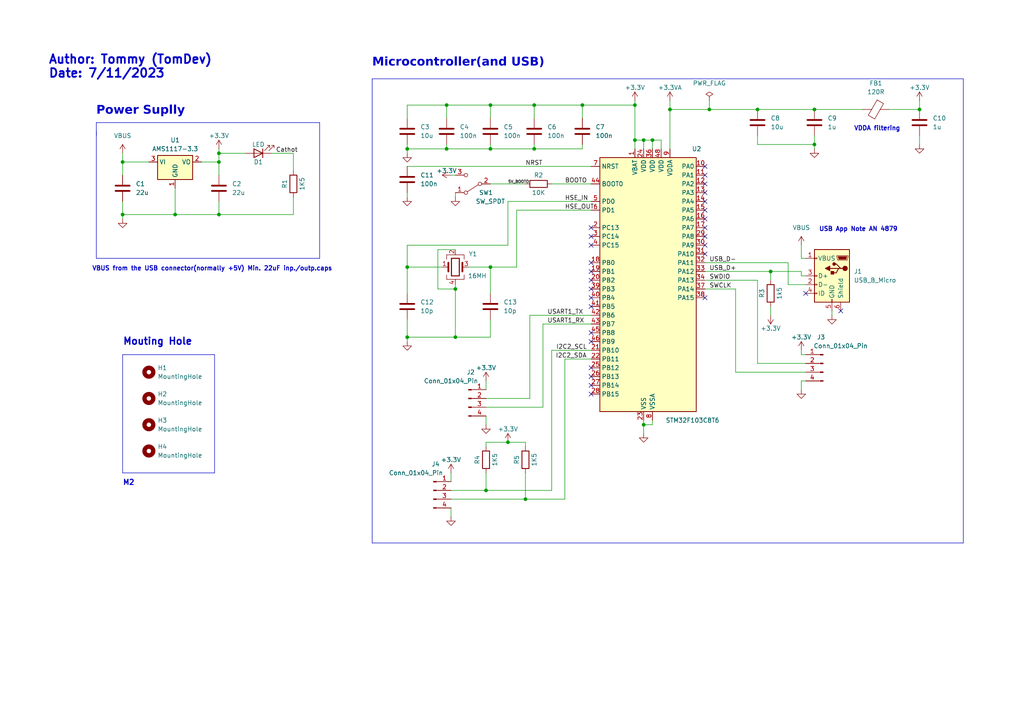
<source format=kicad_sch>
(kicad_sch (version 20230121) (generator eeschema)

  (uuid b486909f-5f03-43a6-8cac-a67b8cfb532d)

  (paper "A4")

  (title_block
    (title "STM32C8T6 Demo Design PCB")
    (date "2023-07-11")
    (rev "0.1")
    (company "TomDev")
  )

  (lib_symbols
    (symbol "Connector:Conn_01x04_Pin" (pin_names (offset 1.016) hide) (in_bom yes) (on_board yes)
      (property "Reference" "J" (at 0 5.08 0)
        (effects (font (size 1.27 1.27)))
      )
      (property "Value" "Conn_01x04_Pin" (at 0 -7.62 0)
        (effects (font (size 1.27 1.27)))
      )
      (property "Footprint" "" (at 0 0 0)
        (effects (font (size 1.27 1.27)) hide)
      )
      (property "Datasheet" "~" (at 0 0 0)
        (effects (font (size 1.27 1.27)) hide)
      )
      (property "ki_locked" "" (at 0 0 0)
        (effects (font (size 1.27 1.27)))
      )
      (property "ki_keywords" "connector" (at 0 0 0)
        (effects (font (size 1.27 1.27)) hide)
      )
      (property "ki_description" "Generic connector, single row, 01x04, script generated" (at 0 0 0)
        (effects (font (size 1.27 1.27)) hide)
      )
      (property "ki_fp_filters" "Connector*:*_1x??_*" (at 0 0 0)
        (effects (font (size 1.27 1.27)) hide)
      )
      (symbol "Conn_01x04_Pin_1_1"
        (polyline
          (pts
            (xy 1.27 -5.08)
            (xy 0.8636 -5.08)
          )
          (stroke (width 0.1524) (type default))
          (fill (type none))
        )
        (polyline
          (pts
            (xy 1.27 -2.54)
            (xy 0.8636 -2.54)
          )
          (stroke (width 0.1524) (type default))
          (fill (type none))
        )
        (polyline
          (pts
            (xy 1.27 0)
            (xy 0.8636 0)
          )
          (stroke (width 0.1524) (type default))
          (fill (type none))
        )
        (polyline
          (pts
            (xy 1.27 2.54)
            (xy 0.8636 2.54)
          )
          (stroke (width 0.1524) (type default))
          (fill (type none))
        )
        (rectangle (start 0.8636 -4.953) (end 0 -5.207)
          (stroke (width 0.1524) (type default))
          (fill (type outline))
        )
        (rectangle (start 0.8636 -2.413) (end 0 -2.667)
          (stroke (width 0.1524) (type default))
          (fill (type outline))
        )
        (rectangle (start 0.8636 0.127) (end 0 -0.127)
          (stroke (width 0.1524) (type default))
          (fill (type outline))
        )
        (rectangle (start 0.8636 2.667) (end 0 2.413)
          (stroke (width 0.1524) (type default))
          (fill (type outline))
        )
        (pin passive line (at 5.08 2.54 180) (length 3.81)
          (name "Pin_1" (effects (font (size 1.27 1.27))))
          (number "1" (effects (font (size 1.27 1.27))))
        )
        (pin passive line (at 5.08 0 180) (length 3.81)
          (name "Pin_2" (effects (font (size 1.27 1.27))))
          (number "2" (effects (font (size 1.27 1.27))))
        )
        (pin passive line (at 5.08 -2.54 180) (length 3.81)
          (name "Pin_3" (effects (font (size 1.27 1.27))))
          (number "3" (effects (font (size 1.27 1.27))))
        )
        (pin passive line (at 5.08 -5.08 180) (length 3.81)
          (name "Pin_4" (effects (font (size 1.27 1.27))))
          (number "4" (effects (font (size 1.27 1.27))))
        )
      )
    )
    (symbol "Connector:USB_B_Micro" (pin_names (offset 1.016)) (in_bom yes) (on_board yes)
      (property "Reference" "J" (at -5.08 11.43 0)
        (effects (font (size 1.27 1.27)) (justify left))
      )
      (property "Value" "USB_B_Micro" (at -5.08 8.89 0)
        (effects (font (size 1.27 1.27)) (justify left))
      )
      (property "Footprint" "" (at 3.81 -1.27 0)
        (effects (font (size 1.27 1.27)) hide)
      )
      (property "Datasheet" "~" (at 3.81 -1.27 0)
        (effects (font (size 1.27 1.27)) hide)
      )
      (property "ki_keywords" "connector USB micro" (at 0 0 0)
        (effects (font (size 1.27 1.27)) hide)
      )
      (property "ki_description" "USB Micro Type B connector" (at 0 0 0)
        (effects (font (size 1.27 1.27)) hide)
      )
      (property "ki_fp_filters" "USB*" (at 0 0 0)
        (effects (font (size 1.27 1.27)) hide)
      )
      (symbol "USB_B_Micro_0_1"
        (rectangle (start -5.08 -7.62) (end 5.08 7.62)
          (stroke (width 0.254) (type default))
          (fill (type background))
        )
        (circle (center -3.81 2.159) (radius 0.635)
          (stroke (width 0.254) (type default))
          (fill (type outline))
        )
        (circle (center -0.635 3.429) (radius 0.381)
          (stroke (width 0.254) (type default))
          (fill (type outline))
        )
        (rectangle (start -0.127 -7.62) (end 0.127 -6.858)
          (stroke (width 0) (type default))
          (fill (type none))
        )
        (polyline
          (pts
            (xy -1.905 2.159)
            (xy 0.635 2.159)
          )
          (stroke (width 0.254) (type default))
          (fill (type none))
        )
        (polyline
          (pts
            (xy -3.175 2.159)
            (xy -2.54 2.159)
            (xy -1.27 3.429)
            (xy -0.635 3.429)
          )
          (stroke (width 0.254) (type default))
          (fill (type none))
        )
        (polyline
          (pts
            (xy -2.54 2.159)
            (xy -1.905 2.159)
            (xy -1.27 0.889)
            (xy 0 0.889)
          )
          (stroke (width 0.254) (type default))
          (fill (type none))
        )
        (polyline
          (pts
            (xy 0.635 2.794)
            (xy 0.635 1.524)
            (xy 1.905 2.159)
            (xy 0.635 2.794)
          )
          (stroke (width 0.254) (type default))
          (fill (type outline))
        )
        (polyline
          (pts
            (xy -4.318 5.588)
            (xy -1.778 5.588)
            (xy -2.032 4.826)
            (xy -4.064 4.826)
            (xy -4.318 5.588)
          )
          (stroke (width 0) (type default))
          (fill (type outline))
        )
        (polyline
          (pts
            (xy -4.699 5.842)
            (xy -4.699 5.588)
            (xy -4.445 4.826)
            (xy -4.445 4.572)
            (xy -1.651 4.572)
            (xy -1.651 4.826)
            (xy -1.397 5.588)
            (xy -1.397 5.842)
            (xy -4.699 5.842)
          )
          (stroke (width 0) (type default))
          (fill (type none))
        )
        (rectangle (start 0.254 1.27) (end -0.508 0.508)
          (stroke (width 0.254) (type default))
          (fill (type outline))
        )
        (rectangle (start 5.08 -5.207) (end 4.318 -4.953)
          (stroke (width 0) (type default))
          (fill (type none))
        )
        (rectangle (start 5.08 -2.667) (end 4.318 -2.413)
          (stroke (width 0) (type default))
          (fill (type none))
        )
        (rectangle (start 5.08 -0.127) (end 4.318 0.127)
          (stroke (width 0) (type default))
          (fill (type none))
        )
        (rectangle (start 5.08 4.953) (end 4.318 5.207)
          (stroke (width 0) (type default))
          (fill (type none))
        )
      )
      (symbol "USB_B_Micro_1_1"
        (pin power_out line (at 7.62 5.08 180) (length 2.54)
          (name "VBUS" (effects (font (size 1.27 1.27))))
          (number "1" (effects (font (size 1.27 1.27))))
        )
        (pin bidirectional line (at 7.62 -2.54 180) (length 2.54)
          (name "D-" (effects (font (size 1.27 1.27))))
          (number "2" (effects (font (size 1.27 1.27))))
        )
        (pin bidirectional line (at 7.62 0 180) (length 2.54)
          (name "D+" (effects (font (size 1.27 1.27))))
          (number "3" (effects (font (size 1.27 1.27))))
        )
        (pin passive line (at 7.62 -5.08 180) (length 2.54)
          (name "ID" (effects (font (size 1.27 1.27))))
          (number "4" (effects (font (size 1.27 1.27))))
        )
        (pin power_out line (at 0 -10.16 90) (length 2.54)
          (name "GND" (effects (font (size 1.27 1.27))))
          (number "5" (effects (font (size 1.27 1.27))))
        )
        (pin passive line (at -2.54 -10.16 90) (length 2.54)
          (name "Shield" (effects (font (size 1.27 1.27))))
          (number "6" (effects (font (size 1.27 1.27))))
        )
      )
    )
    (symbol "Device:C" (pin_numbers hide) (pin_names (offset 0.254)) (in_bom yes) (on_board yes)
      (property "Reference" "C" (at 0.635 2.54 0)
        (effects (font (size 1.27 1.27)) (justify left))
      )
      (property "Value" "C" (at 0.635 -2.54 0)
        (effects (font (size 1.27 1.27)) (justify left))
      )
      (property "Footprint" "" (at 0.9652 -3.81 0)
        (effects (font (size 1.27 1.27)) hide)
      )
      (property "Datasheet" "~" (at 0 0 0)
        (effects (font (size 1.27 1.27)) hide)
      )
      (property "ki_keywords" "cap capacitor" (at 0 0 0)
        (effects (font (size 1.27 1.27)) hide)
      )
      (property "ki_description" "Unpolarized capacitor" (at 0 0 0)
        (effects (font (size 1.27 1.27)) hide)
      )
      (property "ki_fp_filters" "C_*" (at 0 0 0)
        (effects (font (size 1.27 1.27)) hide)
      )
      (symbol "C_0_1"
        (polyline
          (pts
            (xy -2.032 -0.762)
            (xy 2.032 -0.762)
          )
          (stroke (width 0.508) (type default))
          (fill (type none))
        )
        (polyline
          (pts
            (xy -2.032 0.762)
            (xy 2.032 0.762)
          )
          (stroke (width 0.508) (type default))
          (fill (type none))
        )
      )
      (symbol "C_1_1"
        (pin passive line (at 0 3.81 270) (length 2.794)
          (name "~" (effects (font (size 1.27 1.27))))
          (number "1" (effects (font (size 1.27 1.27))))
        )
        (pin passive line (at 0 -3.81 90) (length 2.794)
          (name "~" (effects (font (size 1.27 1.27))))
          (number "2" (effects (font (size 1.27 1.27))))
        )
      )
    )
    (symbol "Device:Crystal_GND24" (pin_names (offset 1.016) hide) (in_bom yes) (on_board yes)
      (property "Reference" "Y" (at 3.175 5.08 0)
        (effects (font (size 1.27 1.27)) (justify left))
      )
      (property "Value" "Crystal_GND24" (at 3.175 3.175 0)
        (effects (font (size 1.27 1.27)) (justify left))
      )
      (property "Footprint" "" (at 0 0 0)
        (effects (font (size 1.27 1.27)) hide)
      )
      (property "Datasheet" "~" (at 0 0 0)
        (effects (font (size 1.27 1.27)) hide)
      )
      (property "ki_keywords" "quartz ceramic resonator oscillator" (at 0 0 0)
        (effects (font (size 1.27 1.27)) hide)
      )
      (property "ki_description" "Four pin crystal, GND on pins 2 and 4" (at 0 0 0)
        (effects (font (size 1.27 1.27)) hide)
      )
      (property "ki_fp_filters" "Crystal*" (at 0 0 0)
        (effects (font (size 1.27 1.27)) hide)
      )
      (symbol "Crystal_GND24_0_1"
        (rectangle (start -1.143 2.54) (end 1.143 -2.54)
          (stroke (width 0.3048) (type default))
          (fill (type none))
        )
        (polyline
          (pts
            (xy -2.54 0)
            (xy -2.032 0)
          )
          (stroke (width 0) (type default))
          (fill (type none))
        )
        (polyline
          (pts
            (xy -2.032 -1.27)
            (xy -2.032 1.27)
          )
          (stroke (width 0.508) (type default))
          (fill (type none))
        )
        (polyline
          (pts
            (xy 0 -3.81)
            (xy 0 -3.556)
          )
          (stroke (width 0) (type default))
          (fill (type none))
        )
        (polyline
          (pts
            (xy 0 3.556)
            (xy 0 3.81)
          )
          (stroke (width 0) (type default))
          (fill (type none))
        )
        (polyline
          (pts
            (xy 2.032 -1.27)
            (xy 2.032 1.27)
          )
          (stroke (width 0.508) (type default))
          (fill (type none))
        )
        (polyline
          (pts
            (xy 2.032 0)
            (xy 2.54 0)
          )
          (stroke (width 0) (type default))
          (fill (type none))
        )
        (polyline
          (pts
            (xy -2.54 -2.286)
            (xy -2.54 -3.556)
            (xy 2.54 -3.556)
            (xy 2.54 -2.286)
          )
          (stroke (width 0) (type default))
          (fill (type none))
        )
        (polyline
          (pts
            (xy -2.54 2.286)
            (xy -2.54 3.556)
            (xy 2.54 3.556)
            (xy 2.54 2.286)
          )
          (stroke (width 0) (type default))
          (fill (type none))
        )
      )
      (symbol "Crystal_GND24_1_1"
        (pin passive line (at -3.81 0 0) (length 1.27)
          (name "1" (effects (font (size 1.27 1.27))))
          (number "1" (effects (font (size 1.27 1.27))))
        )
        (pin passive line (at 0 5.08 270) (length 1.27)
          (name "2" (effects (font (size 1.27 1.27))))
          (number "2" (effects (font (size 1.27 1.27))))
        )
        (pin passive line (at 3.81 0 180) (length 1.27)
          (name "3" (effects (font (size 1.27 1.27))))
          (number "3" (effects (font (size 1.27 1.27))))
        )
        (pin passive line (at 0 -5.08 90) (length 1.27)
          (name "4" (effects (font (size 1.27 1.27))))
          (number "4" (effects (font (size 1.27 1.27))))
        )
      )
    )
    (symbol "Device:FerriteBead" (pin_numbers hide) (pin_names (offset 0)) (in_bom yes) (on_board yes)
      (property "Reference" "FB" (at -3.81 0.635 90)
        (effects (font (size 1.27 1.27)))
      )
      (property "Value" "FerriteBead" (at 3.81 0 90)
        (effects (font (size 1.27 1.27)))
      )
      (property "Footprint" "" (at -1.778 0 90)
        (effects (font (size 1.27 1.27)) hide)
      )
      (property "Datasheet" "~" (at 0 0 0)
        (effects (font (size 1.27 1.27)) hide)
      )
      (property "ki_keywords" "L ferrite bead inductor filter" (at 0 0 0)
        (effects (font (size 1.27 1.27)) hide)
      )
      (property "ki_description" "Ferrite bead" (at 0 0 0)
        (effects (font (size 1.27 1.27)) hide)
      )
      (property "ki_fp_filters" "Inductor_* L_* *Ferrite*" (at 0 0 0)
        (effects (font (size 1.27 1.27)) hide)
      )
      (symbol "FerriteBead_0_1"
        (polyline
          (pts
            (xy 0 -1.27)
            (xy 0 -1.2192)
          )
          (stroke (width 0) (type default))
          (fill (type none))
        )
        (polyline
          (pts
            (xy 0 1.27)
            (xy 0 1.2954)
          )
          (stroke (width 0) (type default))
          (fill (type none))
        )
        (polyline
          (pts
            (xy -2.7686 0.4064)
            (xy -1.7018 2.2606)
            (xy 2.7686 -0.3048)
            (xy 1.6764 -2.159)
            (xy -2.7686 0.4064)
          )
          (stroke (width 0) (type default))
          (fill (type none))
        )
      )
      (symbol "FerriteBead_1_1"
        (pin passive line (at 0 3.81 270) (length 2.54)
          (name "~" (effects (font (size 1.27 1.27))))
          (number "1" (effects (font (size 1.27 1.27))))
        )
        (pin passive line (at 0 -3.81 90) (length 2.54)
          (name "~" (effects (font (size 1.27 1.27))))
          (number "2" (effects (font (size 1.27 1.27))))
        )
      )
    )
    (symbol "Device:LED" (pin_numbers hide) (pin_names (offset 1.016) hide) (in_bom yes) (on_board yes)
      (property "Reference" "D" (at 0 2.54 0)
        (effects (font (size 1.27 1.27)))
      )
      (property "Value" "LED" (at 0 -2.54 0)
        (effects (font (size 1.27 1.27)))
      )
      (property "Footprint" "" (at 0 0 0)
        (effects (font (size 1.27 1.27)) hide)
      )
      (property "Datasheet" "~" (at 0 0 0)
        (effects (font (size 1.27 1.27)) hide)
      )
      (property "ki_keywords" "LED diode" (at 0 0 0)
        (effects (font (size 1.27 1.27)) hide)
      )
      (property "ki_description" "Light emitting diode" (at 0 0 0)
        (effects (font (size 1.27 1.27)) hide)
      )
      (property "ki_fp_filters" "LED* LED_SMD:* LED_THT:*" (at 0 0 0)
        (effects (font (size 1.27 1.27)) hide)
      )
      (symbol "LED_0_1"
        (polyline
          (pts
            (xy -1.27 -1.27)
            (xy -1.27 1.27)
          )
          (stroke (width 0.254) (type default))
          (fill (type none))
        )
        (polyline
          (pts
            (xy -1.27 0)
            (xy 1.27 0)
          )
          (stroke (width 0) (type default))
          (fill (type none))
        )
        (polyline
          (pts
            (xy 1.27 -1.27)
            (xy 1.27 1.27)
            (xy -1.27 0)
            (xy 1.27 -1.27)
          )
          (stroke (width 0.254) (type default))
          (fill (type none))
        )
        (polyline
          (pts
            (xy -3.048 -0.762)
            (xy -4.572 -2.286)
            (xy -3.81 -2.286)
            (xy -4.572 -2.286)
            (xy -4.572 -1.524)
          )
          (stroke (width 0) (type default))
          (fill (type none))
        )
        (polyline
          (pts
            (xy -1.778 -0.762)
            (xy -3.302 -2.286)
            (xy -2.54 -2.286)
            (xy -3.302 -2.286)
            (xy -3.302 -1.524)
          )
          (stroke (width 0) (type default))
          (fill (type none))
        )
      )
      (symbol "LED_1_1"
        (pin passive line (at -3.81 0 0) (length 2.54)
          (name "K" (effects (font (size 1.27 1.27))))
          (number "1" (effects (font (size 1.27 1.27))))
        )
        (pin passive line (at 3.81 0 180) (length 2.54)
          (name "A" (effects (font (size 1.27 1.27))))
          (number "2" (effects (font (size 1.27 1.27))))
        )
      )
    )
    (symbol "Device:R" (pin_numbers hide) (pin_names (offset 0)) (in_bom yes) (on_board yes)
      (property "Reference" "R" (at 2.032 0 90)
        (effects (font (size 1.27 1.27)))
      )
      (property "Value" "R" (at 0 0 90)
        (effects (font (size 1.27 1.27)))
      )
      (property "Footprint" "" (at -1.778 0 90)
        (effects (font (size 1.27 1.27)) hide)
      )
      (property "Datasheet" "~" (at 0 0 0)
        (effects (font (size 1.27 1.27)) hide)
      )
      (property "ki_keywords" "R res resistor" (at 0 0 0)
        (effects (font (size 1.27 1.27)) hide)
      )
      (property "ki_description" "Resistor" (at 0 0 0)
        (effects (font (size 1.27 1.27)) hide)
      )
      (property "ki_fp_filters" "R_*" (at 0 0 0)
        (effects (font (size 1.27 1.27)) hide)
      )
      (symbol "R_0_1"
        (rectangle (start -1.016 -2.54) (end 1.016 2.54)
          (stroke (width 0.254) (type default))
          (fill (type none))
        )
      )
      (symbol "R_1_1"
        (pin passive line (at 0 3.81 270) (length 1.27)
          (name "~" (effects (font (size 1.27 1.27))))
          (number "1" (effects (font (size 1.27 1.27))))
        )
        (pin passive line (at 0 -3.81 90) (length 1.27)
          (name "~" (effects (font (size 1.27 1.27))))
          (number "2" (effects (font (size 1.27 1.27))))
        )
      )
    )
    (symbol "MCU_ST_STM32F1:STM32F103C8Tx" (in_bom yes) (on_board yes)
      (property "Reference" "U" (at -12.7 39.37 0)
        (effects (font (size 1.27 1.27)) (justify left))
      )
      (property "Value" "STM32F103C8Tx" (at 10.16 39.37 0)
        (effects (font (size 1.27 1.27)) (justify left))
      )
      (property "Footprint" "Package_QFP:LQFP-48_7x7mm_P0.5mm" (at -12.7 -35.56 0)
        (effects (font (size 1.27 1.27)) (justify right) hide)
      )
      (property "Datasheet" "https://www.st.com/resource/en/datasheet/stm32f103c8.pdf" (at 0 0 0)
        (effects (font (size 1.27 1.27)) hide)
      )
      (property "ki_locked" "" (at 0 0 0)
        (effects (font (size 1.27 1.27)))
      )
      (property "ki_keywords" "Arm Cortex-M3 STM32F1 STM32F103" (at 0 0 0)
        (effects (font (size 1.27 1.27)) hide)
      )
      (property "ki_description" "STMicroelectronics Arm Cortex-M3 MCU, 64KB flash, 20KB RAM, 72 MHz, 2.0-3.6V, 37 GPIO, LQFP48" (at 0 0 0)
        (effects (font (size 1.27 1.27)) hide)
      )
      (property "ki_fp_filters" "LQFP*7x7mm*P0.5mm*" (at 0 0 0)
        (effects (font (size 1.27 1.27)) hide)
      )
      (symbol "STM32F103C8Tx_0_1"
        (rectangle (start -12.7 -35.56) (end 15.24 38.1)
          (stroke (width 0.254) (type default))
          (fill (type background))
        )
      )
      (symbol "STM32F103C8Tx_1_1"
        (pin power_in line (at -2.54 40.64 270) (length 2.54)
          (name "VBAT" (effects (font (size 1.27 1.27))))
          (number "1" (effects (font (size 1.27 1.27))))
        )
        (pin bidirectional line (at 17.78 35.56 180) (length 2.54)
          (name "PA0" (effects (font (size 1.27 1.27))))
          (number "10" (effects (font (size 1.27 1.27))))
          (alternate "ADC1_IN0" bidirectional line)
          (alternate "ADC2_IN0" bidirectional line)
          (alternate "SYS_WKUP" bidirectional line)
          (alternate "TIM2_CH1" bidirectional line)
          (alternate "TIM2_ETR" bidirectional line)
          (alternate "USART2_CTS" bidirectional line)
        )
        (pin bidirectional line (at 17.78 33.02 180) (length 2.54)
          (name "PA1" (effects (font (size 1.27 1.27))))
          (number "11" (effects (font (size 1.27 1.27))))
          (alternate "ADC1_IN1" bidirectional line)
          (alternate "ADC2_IN1" bidirectional line)
          (alternate "TIM2_CH2" bidirectional line)
          (alternate "USART2_RTS" bidirectional line)
        )
        (pin bidirectional line (at 17.78 30.48 180) (length 2.54)
          (name "PA2" (effects (font (size 1.27 1.27))))
          (number "12" (effects (font (size 1.27 1.27))))
          (alternate "ADC1_IN2" bidirectional line)
          (alternate "ADC2_IN2" bidirectional line)
          (alternate "TIM2_CH3" bidirectional line)
          (alternate "USART2_TX" bidirectional line)
        )
        (pin bidirectional line (at 17.78 27.94 180) (length 2.54)
          (name "PA3" (effects (font (size 1.27 1.27))))
          (number "13" (effects (font (size 1.27 1.27))))
          (alternate "ADC1_IN3" bidirectional line)
          (alternate "ADC2_IN3" bidirectional line)
          (alternate "TIM2_CH4" bidirectional line)
          (alternate "USART2_RX" bidirectional line)
        )
        (pin bidirectional line (at 17.78 25.4 180) (length 2.54)
          (name "PA4" (effects (font (size 1.27 1.27))))
          (number "14" (effects (font (size 1.27 1.27))))
          (alternate "ADC1_IN4" bidirectional line)
          (alternate "ADC2_IN4" bidirectional line)
          (alternate "SPI1_NSS" bidirectional line)
          (alternate "USART2_CK" bidirectional line)
        )
        (pin bidirectional line (at 17.78 22.86 180) (length 2.54)
          (name "PA5" (effects (font (size 1.27 1.27))))
          (number "15" (effects (font (size 1.27 1.27))))
          (alternate "ADC1_IN5" bidirectional line)
          (alternate "ADC2_IN5" bidirectional line)
          (alternate "SPI1_SCK" bidirectional line)
        )
        (pin bidirectional line (at 17.78 20.32 180) (length 2.54)
          (name "PA6" (effects (font (size 1.27 1.27))))
          (number "16" (effects (font (size 1.27 1.27))))
          (alternate "ADC1_IN6" bidirectional line)
          (alternate "ADC2_IN6" bidirectional line)
          (alternate "SPI1_MISO" bidirectional line)
          (alternate "TIM1_BKIN" bidirectional line)
          (alternate "TIM3_CH1" bidirectional line)
        )
        (pin bidirectional line (at 17.78 17.78 180) (length 2.54)
          (name "PA7" (effects (font (size 1.27 1.27))))
          (number "17" (effects (font (size 1.27 1.27))))
          (alternate "ADC1_IN7" bidirectional line)
          (alternate "ADC2_IN7" bidirectional line)
          (alternate "SPI1_MOSI" bidirectional line)
          (alternate "TIM1_CH1N" bidirectional line)
          (alternate "TIM3_CH2" bidirectional line)
        )
        (pin bidirectional line (at -15.24 7.62 0) (length 2.54)
          (name "PB0" (effects (font (size 1.27 1.27))))
          (number "18" (effects (font (size 1.27 1.27))))
          (alternate "ADC1_IN8" bidirectional line)
          (alternate "ADC2_IN8" bidirectional line)
          (alternate "TIM1_CH2N" bidirectional line)
          (alternate "TIM3_CH3" bidirectional line)
        )
        (pin bidirectional line (at -15.24 5.08 0) (length 2.54)
          (name "PB1" (effects (font (size 1.27 1.27))))
          (number "19" (effects (font (size 1.27 1.27))))
          (alternate "ADC1_IN9" bidirectional line)
          (alternate "ADC2_IN9" bidirectional line)
          (alternate "TIM1_CH3N" bidirectional line)
          (alternate "TIM3_CH4" bidirectional line)
        )
        (pin bidirectional line (at -15.24 17.78 0) (length 2.54)
          (name "PC13" (effects (font (size 1.27 1.27))))
          (number "2" (effects (font (size 1.27 1.27))))
          (alternate "RTC_OUT" bidirectional line)
          (alternate "RTC_TAMPER" bidirectional line)
        )
        (pin bidirectional line (at -15.24 2.54 0) (length 2.54)
          (name "PB2" (effects (font (size 1.27 1.27))))
          (number "20" (effects (font (size 1.27 1.27))))
        )
        (pin bidirectional line (at -15.24 -17.78 0) (length 2.54)
          (name "PB10" (effects (font (size 1.27 1.27))))
          (number "21" (effects (font (size 1.27 1.27))))
          (alternate "I2C2_SCL" bidirectional line)
          (alternate "TIM2_CH3" bidirectional line)
          (alternate "USART3_TX" bidirectional line)
        )
        (pin bidirectional line (at -15.24 -20.32 0) (length 2.54)
          (name "PB11" (effects (font (size 1.27 1.27))))
          (number "22" (effects (font (size 1.27 1.27))))
          (alternate "ADC1_EXTI11" bidirectional line)
          (alternate "ADC2_EXTI11" bidirectional line)
          (alternate "I2C2_SDA" bidirectional line)
          (alternate "TIM2_CH4" bidirectional line)
          (alternate "USART3_RX" bidirectional line)
        )
        (pin power_in line (at 0 -38.1 90) (length 2.54)
          (name "VSS" (effects (font (size 1.27 1.27))))
          (number "23" (effects (font (size 1.27 1.27))))
        )
        (pin power_in line (at 0 40.64 270) (length 2.54)
          (name "VDD" (effects (font (size 1.27 1.27))))
          (number "24" (effects (font (size 1.27 1.27))))
        )
        (pin bidirectional line (at -15.24 -22.86 0) (length 2.54)
          (name "PB12" (effects (font (size 1.27 1.27))))
          (number "25" (effects (font (size 1.27 1.27))))
          (alternate "I2C2_SMBA" bidirectional line)
          (alternate "SPI2_NSS" bidirectional line)
          (alternate "TIM1_BKIN" bidirectional line)
          (alternate "USART3_CK" bidirectional line)
        )
        (pin bidirectional line (at -15.24 -25.4 0) (length 2.54)
          (name "PB13" (effects (font (size 1.27 1.27))))
          (number "26" (effects (font (size 1.27 1.27))))
          (alternate "SPI2_SCK" bidirectional line)
          (alternate "TIM1_CH1N" bidirectional line)
          (alternate "USART3_CTS" bidirectional line)
        )
        (pin bidirectional line (at -15.24 -27.94 0) (length 2.54)
          (name "PB14" (effects (font (size 1.27 1.27))))
          (number "27" (effects (font (size 1.27 1.27))))
          (alternate "SPI2_MISO" bidirectional line)
          (alternate "TIM1_CH2N" bidirectional line)
          (alternate "USART3_RTS" bidirectional line)
        )
        (pin bidirectional line (at -15.24 -30.48 0) (length 2.54)
          (name "PB15" (effects (font (size 1.27 1.27))))
          (number "28" (effects (font (size 1.27 1.27))))
          (alternate "ADC1_EXTI15" bidirectional line)
          (alternate "ADC2_EXTI15" bidirectional line)
          (alternate "SPI2_MOSI" bidirectional line)
          (alternate "TIM1_CH3N" bidirectional line)
        )
        (pin bidirectional line (at 17.78 15.24 180) (length 2.54)
          (name "PA8" (effects (font (size 1.27 1.27))))
          (number "29" (effects (font (size 1.27 1.27))))
          (alternate "RCC_MCO" bidirectional line)
          (alternate "TIM1_CH1" bidirectional line)
          (alternate "USART1_CK" bidirectional line)
        )
        (pin bidirectional line (at -15.24 15.24 0) (length 2.54)
          (name "PC14" (effects (font (size 1.27 1.27))))
          (number "3" (effects (font (size 1.27 1.27))))
          (alternate "RCC_OSC32_IN" bidirectional line)
        )
        (pin bidirectional line (at 17.78 12.7 180) (length 2.54)
          (name "PA9" (effects (font (size 1.27 1.27))))
          (number "30" (effects (font (size 1.27 1.27))))
          (alternate "TIM1_CH2" bidirectional line)
          (alternate "USART1_TX" bidirectional line)
        )
        (pin bidirectional line (at 17.78 10.16 180) (length 2.54)
          (name "PA10" (effects (font (size 1.27 1.27))))
          (number "31" (effects (font (size 1.27 1.27))))
          (alternate "TIM1_CH3" bidirectional line)
          (alternate "USART1_RX" bidirectional line)
        )
        (pin bidirectional line (at 17.78 7.62 180) (length 2.54)
          (name "PA11" (effects (font (size 1.27 1.27))))
          (number "32" (effects (font (size 1.27 1.27))))
          (alternate "ADC1_EXTI11" bidirectional line)
          (alternate "ADC2_EXTI11" bidirectional line)
          (alternate "CAN_RX" bidirectional line)
          (alternate "TIM1_CH4" bidirectional line)
          (alternate "USART1_CTS" bidirectional line)
          (alternate "USB_DM" bidirectional line)
        )
        (pin bidirectional line (at 17.78 5.08 180) (length 2.54)
          (name "PA12" (effects (font (size 1.27 1.27))))
          (number "33" (effects (font (size 1.27 1.27))))
          (alternate "CAN_TX" bidirectional line)
          (alternate "TIM1_ETR" bidirectional line)
          (alternate "USART1_RTS" bidirectional line)
          (alternate "USB_DP" bidirectional line)
        )
        (pin bidirectional line (at 17.78 2.54 180) (length 2.54)
          (name "PA13" (effects (font (size 1.27 1.27))))
          (number "34" (effects (font (size 1.27 1.27))))
          (alternate "SYS_JTMS-SWDIO" bidirectional line)
        )
        (pin passive line (at 0 -38.1 90) (length 2.54) hide
          (name "VSS" (effects (font (size 1.27 1.27))))
          (number "35" (effects (font (size 1.27 1.27))))
        )
        (pin power_in line (at 2.54 40.64 270) (length 2.54)
          (name "VDD" (effects (font (size 1.27 1.27))))
          (number "36" (effects (font (size 1.27 1.27))))
        )
        (pin bidirectional line (at 17.78 0 180) (length 2.54)
          (name "PA14" (effects (font (size 1.27 1.27))))
          (number "37" (effects (font (size 1.27 1.27))))
          (alternate "SYS_JTCK-SWCLK" bidirectional line)
        )
        (pin bidirectional line (at 17.78 -2.54 180) (length 2.54)
          (name "PA15" (effects (font (size 1.27 1.27))))
          (number "38" (effects (font (size 1.27 1.27))))
          (alternate "ADC1_EXTI15" bidirectional line)
          (alternate "ADC2_EXTI15" bidirectional line)
          (alternate "SPI1_NSS" bidirectional line)
          (alternate "SYS_JTDI" bidirectional line)
          (alternate "TIM2_CH1" bidirectional line)
          (alternate "TIM2_ETR" bidirectional line)
        )
        (pin bidirectional line (at -15.24 0 0) (length 2.54)
          (name "PB3" (effects (font (size 1.27 1.27))))
          (number "39" (effects (font (size 1.27 1.27))))
          (alternate "SPI1_SCK" bidirectional line)
          (alternate "SYS_JTDO-TRACESWO" bidirectional line)
          (alternate "TIM2_CH2" bidirectional line)
        )
        (pin bidirectional line (at -15.24 12.7 0) (length 2.54)
          (name "PC15" (effects (font (size 1.27 1.27))))
          (number "4" (effects (font (size 1.27 1.27))))
          (alternate "ADC1_EXTI15" bidirectional line)
          (alternate "ADC2_EXTI15" bidirectional line)
          (alternate "RCC_OSC32_OUT" bidirectional line)
        )
        (pin bidirectional line (at -15.24 -2.54 0) (length 2.54)
          (name "PB4" (effects (font (size 1.27 1.27))))
          (number "40" (effects (font (size 1.27 1.27))))
          (alternate "SPI1_MISO" bidirectional line)
          (alternate "SYS_NJTRST" bidirectional line)
          (alternate "TIM3_CH1" bidirectional line)
        )
        (pin bidirectional line (at -15.24 -5.08 0) (length 2.54)
          (name "PB5" (effects (font (size 1.27 1.27))))
          (number "41" (effects (font (size 1.27 1.27))))
          (alternate "I2C1_SMBA" bidirectional line)
          (alternate "SPI1_MOSI" bidirectional line)
          (alternate "TIM3_CH2" bidirectional line)
        )
        (pin bidirectional line (at -15.24 -7.62 0) (length 2.54)
          (name "PB6" (effects (font (size 1.27 1.27))))
          (number "42" (effects (font (size 1.27 1.27))))
          (alternate "I2C1_SCL" bidirectional line)
          (alternate "TIM4_CH1" bidirectional line)
          (alternate "USART1_TX" bidirectional line)
        )
        (pin bidirectional line (at -15.24 -10.16 0) (length 2.54)
          (name "PB7" (effects (font (size 1.27 1.27))))
          (number "43" (effects (font (size 1.27 1.27))))
          (alternate "I2C1_SDA" bidirectional line)
          (alternate "TIM4_CH2" bidirectional line)
          (alternate "USART1_RX" bidirectional line)
        )
        (pin input line (at -15.24 30.48 0) (length 2.54)
          (name "BOOT0" (effects (font (size 1.27 1.27))))
          (number "44" (effects (font (size 1.27 1.27))))
        )
        (pin bidirectional line (at -15.24 -12.7 0) (length 2.54)
          (name "PB8" (effects (font (size 1.27 1.27))))
          (number "45" (effects (font (size 1.27 1.27))))
          (alternate "CAN_RX" bidirectional line)
          (alternate "I2C1_SCL" bidirectional line)
          (alternate "TIM4_CH3" bidirectional line)
        )
        (pin bidirectional line (at -15.24 -15.24 0) (length 2.54)
          (name "PB9" (effects (font (size 1.27 1.27))))
          (number "46" (effects (font (size 1.27 1.27))))
          (alternate "CAN_TX" bidirectional line)
          (alternate "I2C1_SDA" bidirectional line)
          (alternate "TIM4_CH4" bidirectional line)
        )
        (pin passive line (at 0 -38.1 90) (length 2.54) hide
          (name "VSS" (effects (font (size 1.27 1.27))))
          (number "47" (effects (font (size 1.27 1.27))))
        )
        (pin power_in line (at 5.08 40.64 270) (length 2.54)
          (name "VDD" (effects (font (size 1.27 1.27))))
          (number "48" (effects (font (size 1.27 1.27))))
        )
        (pin bidirectional line (at -15.24 25.4 0) (length 2.54)
          (name "PD0" (effects (font (size 1.27 1.27))))
          (number "5" (effects (font (size 1.27 1.27))))
          (alternate "RCC_OSC_IN" bidirectional line)
        )
        (pin bidirectional line (at -15.24 22.86 0) (length 2.54)
          (name "PD1" (effects (font (size 1.27 1.27))))
          (number "6" (effects (font (size 1.27 1.27))))
          (alternate "RCC_OSC_OUT" bidirectional line)
        )
        (pin input line (at -15.24 35.56 0) (length 2.54)
          (name "NRST" (effects (font (size 1.27 1.27))))
          (number "7" (effects (font (size 1.27 1.27))))
        )
        (pin power_in line (at 2.54 -38.1 90) (length 2.54)
          (name "VSSA" (effects (font (size 1.27 1.27))))
          (number "8" (effects (font (size 1.27 1.27))))
        )
        (pin power_in line (at 7.62 40.64 270) (length 2.54)
          (name "VDDA" (effects (font (size 1.27 1.27))))
          (number "9" (effects (font (size 1.27 1.27))))
        )
      )
    )
    (symbol "Mechanical:MountingHole" (pin_names (offset 1.016)) (in_bom yes) (on_board yes)
      (property "Reference" "H" (at 0 5.08 0)
        (effects (font (size 1.27 1.27)))
      )
      (property "Value" "MountingHole" (at 0 3.175 0)
        (effects (font (size 1.27 1.27)))
      )
      (property "Footprint" "" (at 0 0 0)
        (effects (font (size 1.27 1.27)) hide)
      )
      (property "Datasheet" "~" (at 0 0 0)
        (effects (font (size 1.27 1.27)) hide)
      )
      (property "ki_keywords" "mounting hole" (at 0 0 0)
        (effects (font (size 1.27 1.27)) hide)
      )
      (property "ki_description" "Mounting Hole without connection" (at 0 0 0)
        (effects (font (size 1.27 1.27)) hide)
      )
      (property "ki_fp_filters" "MountingHole*" (at 0 0 0)
        (effects (font (size 1.27 1.27)) hide)
      )
      (symbol "MountingHole_0_1"
        (circle (center 0 0) (radius 1.27)
          (stroke (width 1.27) (type default))
          (fill (type none))
        )
      )
    )
    (symbol "Regulator_Linear:AMS1117-3.3" (in_bom yes) (on_board yes)
      (property "Reference" "U" (at -3.81 3.175 0)
        (effects (font (size 1.27 1.27)))
      )
      (property "Value" "AMS1117-3.3" (at 0 3.175 0)
        (effects (font (size 1.27 1.27)) (justify left))
      )
      (property "Footprint" "Package_TO_SOT_SMD:SOT-223-3_TabPin2" (at 0 5.08 0)
        (effects (font (size 1.27 1.27)) hide)
      )
      (property "Datasheet" "http://www.advanced-monolithic.com/pdf/ds1117.pdf" (at 2.54 -6.35 0)
        (effects (font (size 1.27 1.27)) hide)
      )
      (property "ki_keywords" "linear regulator ldo fixed positive" (at 0 0 0)
        (effects (font (size 1.27 1.27)) hide)
      )
      (property "ki_description" "1A Low Dropout regulator, positive, 3.3V fixed output, SOT-223" (at 0 0 0)
        (effects (font (size 1.27 1.27)) hide)
      )
      (property "ki_fp_filters" "SOT?223*TabPin2*" (at 0 0 0)
        (effects (font (size 1.27 1.27)) hide)
      )
      (symbol "AMS1117-3.3_0_1"
        (rectangle (start -5.08 -5.08) (end 5.08 1.905)
          (stroke (width 0.254) (type default))
          (fill (type background))
        )
      )
      (symbol "AMS1117-3.3_1_1"
        (pin power_in line (at 0 -7.62 90) (length 2.54)
          (name "GND" (effects (font (size 1.27 1.27))))
          (number "1" (effects (font (size 1.27 1.27))))
        )
        (pin power_out line (at 7.62 0 180) (length 2.54)
          (name "VO" (effects (font (size 1.27 1.27))))
          (number "2" (effects (font (size 1.27 1.27))))
        )
        (pin power_in line (at -7.62 0 0) (length 2.54)
          (name "VI" (effects (font (size 1.27 1.27))))
          (number "3" (effects (font (size 1.27 1.27))))
        )
      )
    )
    (symbol "Switch:SW_SPDT" (pin_names (offset 0) hide) (in_bom yes) (on_board yes)
      (property "Reference" "SW" (at 0 4.318 0)
        (effects (font (size 1.27 1.27)))
      )
      (property "Value" "SW_SPDT" (at 0 -5.08 0)
        (effects (font (size 1.27 1.27)))
      )
      (property "Footprint" "" (at 0 0 0)
        (effects (font (size 1.27 1.27)) hide)
      )
      (property "Datasheet" "~" (at 0 0 0)
        (effects (font (size 1.27 1.27)) hide)
      )
      (property "ki_keywords" "switch single-pole double-throw spdt ON-ON" (at 0 0 0)
        (effects (font (size 1.27 1.27)) hide)
      )
      (property "ki_description" "Switch, single pole double throw" (at 0 0 0)
        (effects (font (size 1.27 1.27)) hide)
      )
      (symbol "SW_SPDT_0_0"
        (circle (center -2.032 0) (radius 0.508)
          (stroke (width 0) (type default))
          (fill (type none))
        )
        (circle (center 2.032 -2.54) (radius 0.508)
          (stroke (width 0) (type default))
          (fill (type none))
        )
      )
      (symbol "SW_SPDT_0_1"
        (polyline
          (pts
            (xy -1.524 0.254)
            (xy 1.651 2.286)
          )
          (stroke (width 0) (type default))
          (fill (type none))
        )
        (circle (center 2.032 2.54) (radius 0.508)
          (stroke (width 0) (type default))
          (fill (type none))
        )
      )
      (symbol "SW_SPDT_1_1"
        (pin passive line (at 5.08 2.54 180) (length 2.54)
          (name "A" (effects (font (size 1.27 1.27))))
          (number "1" (effects (font (size 1.27 1.27))))
        )
        (pin passive line (at -5.08 0 0) (length 2.54)
          (name "B" (effects (font (size 1.27 1.27))))
          (number "2" (effects (font (size 1.27 1.27))))
        )
        (pin passive line (at 5.08 -2.54 180) (length 2.54)
          (name "C" (effects (font (size 1.27 1.27))))
          (number "3" (effects (font (size 1.27 1.27))))
        )
      )
    )
    (symbol "power:+3.3V" (power) (pin_names (offset 0)) (in_bom yes) (on_board yes)
      (property "Reference" "#PWR" (at 0 -3.81 0)
        (effects (font (size 1.27 1.27)) hide)
      )
      (property "Value" "+3.3V" (at 0 3.556 0)
        (effects (font (size 1.27 1.27)))
      )
      (property "Footprint" "" (at 0 0 0)
        (effects (font (size 1.27 1.27)) hide)
      )
      (property "Datasheet" "" (at 0 0 0)
        (effects (font (size 1.27 1.27)) hide)
      )
      (property "ki_keywords" "global power" (at 0 0 0)
        (effects (font (size 1.27 1.27)) hide)
      )
      (property "ki_description" "Power symbol creates a global label with name \"+3.3V\"" (at 0 0 0)
        (effects (font (size 1.27 1.27)) hide)
      )
      (symbol "+3.3V_0_1"
        (polyline
          (pts
            (xy -0.762 1.27)
            (xy 0 2.54)
          )
          (stroke (width 0) (type default))
          (fill (type none))
        )
        (polyline
          (pts
            (xy 0 0)
            (xy 0 2.54)
          )
          (stroke (width 0) (type default))
          (fill (type none))
        )
        (polyline
          (pts
            (xy 0 2.54)
            (xy 0.762 1.27)
          )
          (stroke (width 0) (type default))
          (fill (type none))
        )
      )
      (symbol "+3.3V_1_1"
        (pin power_in line (at 0 0 90) (length 0) hide
          (name "+3.3V" (effects (font (size 1.27 1.27))))
          (number "1" (effects (font (size 1.27 1.27))))
        )
      )
    )
    (symbol "power:+3.3VA" (power) (pin_names (offset 0)) (in_bom yes) (on_board yes)
      (property "Reference" "#PWR" (at 0 -3.81 0)
        (effects (font (size 1.27 1.27)) hide)
      )
      (property "Value" "+3.3VA" (at 0 3.556 0)
        (effects (font (size 1.27 1.27)))
      )
      (property "Footprint" "" (at 0 0 0)
        (effects (font (size 1.27 1.27)) hide)
      )
      (property "Datasheet" "" (at 0 0 0)
        (effects (font (size 1.27 1.27)) hide)
      )
      (property "ki_keywords" "global power" (at 0 0 0)
        (effects (font (size 1.27 1.27)) hide)
      )
      (property "ki_description" "Power symbol creates a global label with name \"+3.3VA\"" (at 0 0 0)
        (effects (font (size 1.27 1.27)) hide)
      )
      (symbol "+3.3VA_0_1"
        (polyline
          (pts
            (xy -0.762 1.27)
            (xy 0 2.54)
          )
          (stroke (width 0) (type default))
          (fill (type none))
        )
        (polyline
          (pts
            (xy 0 0)
            (xy 0 2.54)
          )
          (stroke (width 0) (type default))
          (fill (type none))
        )
        (polyline
          (pts
            (xy 0 2.54)
            (xy 0.762 1.27)
          )
          (stroke (width 0) (type default))
          (fill (type none))
        )
      )
      (symbol "+3.3VA_1_1"
        (pin power_in line (at 0 0 90) (length 0) hide
          (name "+3.3VA" (effects (font (size 1.27 1.27))))
          (number "1" (effects (font (size 1.27 1.27))))
        )
      )
    )
    (symbol "power:GND" (power) (pin_names (offset 0)) (in_bom yes) (on_board yes)
      (property "Reference" "#PWR" (at 0 -6.35 0)
        (effects (font (size 1.27 1.27)) hide)
      )
      (property "Value" "GND" (at 0 -3.81 0)
        (effects (font (size 1.27 1.27)))
      )
      (property "Footprint" "" (at 0 0 0)
        (effects (font (size 1.27 1.27)) hide)
      )
      (property "Datasheet" "" (at 0 0 0)
        (effects (font (size 1.27 1.27)) hide)
      )
      (property "ki_keywords" "global power" (at 0 0 0)
        (effects (font (size 1.27 1.27)) hide)
      )
      (property "ki_description" "Power symbol creates a global label with name \"GND\" , ground" (at 0 0 0)
        (effects (font (size 1.27 1.27)) hide)
      )
      (symbol "GND_0_1"
        (polyline
          (pts
            (xy 0 0)
            (xy 0 -1.27)
            (xy 1.27 -1.27)
            (xy 0 -2.54)
            (xy -1.27 -1.27)
            (xy 0 -1.27)
          )
          (stroke (width 0) (type default))
          (fill (type none))
        )
      )
      (symbol "GND_1_1"
        (pin power_in line (at 0 0 270) (length 0) hide
          (name "GND" (effects (font (size 1.27 1.27))))
          (number "1" (effects (font (size 1.27 1.27))))
        )
      )
    )
    (symbol "power:PWR_FLAG" (power) (pin_numbers hide) (pin_names (offset 0) hide) (in_bom yes) (on_board yes)
      (property "Reference" "#FLG" (at 0 1.905 0)
        (effects (font (size 1.27 1.27)) hide)
      )
      (property "Value" "PWR_FLAG" (at 0 3.81 0)
        (effects (font (size 1.27 1.27)))
      )
      (property "Footprint" "" (at 0 0 0)
        (effects (font (size 1.27 1.27)) hide)
      )
      (property "Datasheet" "~" (at 0 0 0)
        (effects (font (size 1.27 1.27)) hide)
      )
      (property "ki_keywords" "flag power" (at 0 0 0)
        (effects (font (size 1.27 1.27)) hide)
      )
      (property "ki_description" "Special symbol for telling ERC where power comes from" (at 0 0 0)
        (effects (font (size 1.27 1.27)) hide)
      )
      (symbol "PWR_FLAG_0_0"
        (pin power_out line (at 0 0 90) (length 0)
          (name "pwr" (effects (font (size 1.27 1.27))))
          (number "1" (effects (font (size 1.27 1.27))))
        )
      )
      (symbol "PWR_FLAG_0_1"
        (polyline
          (pts
            (xy 0 0)
            (xy 0 1.27)
            (xy -1.016 1.905)
            (xy 0 2.54)
            (xy 1.016 1.905)
            (xy 0 1.27)
          )
          (stroke (width 0) (type default))
          (fill (type none))
        )
      )
    )
    (symbol "power:VBUS" (power) (pin_names (offset 0)) (in_bom yes) (on_board yes)
      (property "Reference" "#PWR" (at 0 -3.81 0)
        (effects (font (size 1.27 1.27)) hide)
      )
      (property "Value" "VBUS" (at 0 3.81 0)
        (effects (font (size 1.27 1.27)))
      )
      (property "Footprint" "" (at 0 0 0)
        (effects (font (size 1.27 1.27)) hide)
      )
      (property "Datasheet" "" (at 0 0 0)
        (effects (font (size 1.27 1.27)) hide)
      )
      (property "ki_keywords" "global power" (at 0 0 0)
        (effects (font (size 1.27 1.27)) hide)
      )
      (property "ki_description" "Power symbol creates a global label with name \"VBUS\"" (at 0 0 0)
        (effects (font (size 1.27 1.27)) hide)
      )
      (symbol "VBUS_0_1"
        (polyline
          (pts
            (xy -0.762 1.27)
            (xy 0 2.54)
          )
          (stroke (width 0) (type default))
          (fill (type none))
        )
        (polyline
          (pts
            (xy 0 0)
            (xy 0 2.54)
          )
          (stroke (width 0) (type default))
          (fill (type none))
        )
        (polyline
          (pts
            (xy 0 2.54)
            (xy 0.762 1.27)
          )
          (stroke (width 0) (type default))
          (fill (type none))
        )
      )
      (symbol "VBUS_1_1"
        (pin power_in line (at 0 0 90) (length 0) hide
          (name "VBUS" (effects (font (size 1.27 1.27))))
          (number "1" (effects (font (size 1.27 1.27))))
        )
      )
    )
  )

  (junction (at 142.24 30.48) (diameter 0) (color 0 0 0 0)
    (uuid 002f74a8-8422-49e6-9422-4131cb641c3f)
  )
  (junction (at 63.5 62.23) (diameter 0) (color 0 0 0 0)
    (uuid 04890c7c-437e-451f-94cf-fbcdcc9d8246)
  )
  (junction (at 50.8 62.23) (diameter 0) (color 0 0 0 0)
    (uuid 0730f602-7e65-4843-9760-b5c60e90b711)
  )
  (junction (at 142.24 43.18) (diameter 0) (color 0 0 0 0)
    (uuid 09d21e0f-c3db-486a-972e-4680794c3f2e)
  )
  (junction (at 184.15 40.64) (diameter 0) (color 0 0 0 0)
    (uuid 0a5fce7a-7b64-42bc-8e1c-dabab789408b)
  )
  (junction (at 194.31 31.75) (diameter 0) (color 0 0 0 0)
    (uuid 1800739c-e2ed-45d7-9337-789f7ccb079d)
  )
  (junction (at 223.52 78.74) (diameter 0) (color 0 0 0 0)
    (uuid 1854daeb-390d-4c6d-93b7-f13e8a67fe84)
  )
  (junction (at 152.4 144.78) (diameter 0) (color 0 0 0 0)
    (uuid 2d3e0e77-4cfa-452c-abb3-5c5b378b2d3e)
  )
  (junction (at 35.56 46.99) (diameter 0) (color 0 0 0 0)
    (uuid 3a438f7e-f2f1-4b17-809a-3409ad528106)
  )
  (junction (at 132.08 83.82) (diameter 0) (color 0 0 0 0)
    (uuid 40e10870-a326-412b-ac5d-0a72e5935412)
  )
  (junction (at 186.69 40.64) (diameter 0) (color 0 0 0 0)
    (uuid 4d8d159f-1750-4c8b-8e0f-f187198382d2)
  )
  (junction (at 184.15 30.48) (diameter 0) (color 0 0 0 0)
    (uuid 50f47207-435a-4cb9-af8e-e983f22349da)
  )
  (junction (at 142.24 77.47) (diameter 0) (color 0 0 0 0)
    (uuid 562e3520-a2a4-4a84-a446-b3564142c854)
  )
  (junction (at 129.54 30.48) (diameter 0) (color 0 0 0 0)
    (uuid 62449d5d-79ea-4bbd-9fc9-8a889629f785)
  )
  (junction (at 63.5 44.45) (diameter 0) (color 0 0 0 0)
    (uuid 64407038-2a88-4c7f-b935-01611ed81433)
  )
  (junction (at 266.7 31.75) (diameter 0) (color 0 0 0 0)
    (uuid 72e88a2a-ab83-4837-947d-a99caacaa3fb)
  )
  (junction (at 147.32 128.27) (diameter 0) (color 0 0 0 0)
    (uuid 7524ff3f-0d1e-4082-aead-c5b793fc987b)
  )
  (junction (at 219.71 31.75) (diameter 0) (color 0 0 0 0)
    (uuid 76dc7fbe-e3f3-4867-82ec-891f01cc9007)
  )
  (junction (at 186.69 123.19) (diameter 0) (color 0 0 0 0)
    (uuid 7a1a8642-3f9c-464b-9c87-2fdbe1b62995)
  )
  (junction (at 118.11 43.18) (diameter 0) (color 0 0 0 0)
    (uuid 9df5d011-a101-4abf-910d-2660734f20bb)
  )
  (junction (at 236.22 41.91) (diameter 0) (color 0 0 0 0)
    (uuid b0411c05-63d1-4d72-b3e3-81f04230b62b)
  )
  (junction (at 140.97 142.24) (diameter 0) (color 0 0 0 0)
    (uuid b869db84-8165-4396-920e-df0e48e3f659)
  )
  (junction (at 168.91 30.48) (diameter 0) (color 0 0 0 0)
    (uuid be14b281-98b3-4ed7-b8fe-82608c2614c7)
  )
  (junction (at 129.54 43.18) (diameter 0) (color 0 0 0 0)
    (uuid c2c7eb24-45af-4f78-886a-08847672691f)
  )
  (junction (at 154.94 43.18) (diameter 0) (color 0 0 0 0)
    (uuid ca810af2-6d96-40e2-b20d-8c420119a015)
  )
  (junction (at 118.11 77.47) (diameter 0) (color 0 0 0 0)
    (uuid ccef5f99-9bb4-4c79-b8aa-1991b0599c84)
  )
  (junction (at 63.5 46.99) (diameter 0) (color 0 0 0 0)
    (uuid ce0f73b7-bed8-408e-87b1-dd9732b41933)
  )
  (junction (at 189.23 40.64) (diameter 0) (color 0 0 0 0)
    (uuid ce65df67-df8d-4b04-b95d-c172ac117945)
  )
  (junction (at 35.56 62.23) (diameter 0) (color 0 0 0 0)
    (uuid d105057c-b4ec-4478-98d9-bf8903db35c0)
  )
  (junction (at 118.11 97.79) (diameter 0) (color 0 0 0 0)
    (uuid d1e8d8a0-9c29-4d5f-bc78-1a8c1e57d38c)
  )
  (junction (at 205.74 31.75) (diameter 0) (color 0 0 0 0)
    (uuid d3135e54-82eb-4155-baec-6cba626a9a6e)
  )
  (junction (at 154.94 30.48) (diameter 0) (color 0 0 0 0)
    (uuid d7bd63c7-3882-4b4e-a29e-e0d92c2d4a03)
  )
  (junction (at 132.08 97.79) (diameter 0) (color 0 0 0 0)
    (uuid f79595a0-7816-4b05-a445-ccbbd6a0baa1)
  )
  (junction (at 236.22 31.75) (diameter 0) (color 0 0 0 0)
    (uuid fb116ffe-1f6f-4617-93cc-147d5bfe2f5a)
  )

  (no_connect (at 204.47 68.58) (uuid 1d435805-3f0e-4f43-afee-35ad679cfdbf))
  (no_connect (at 204.47 48.26) (uuid 22b42b6d-270e-433e-9f84-5f6faeac5ca4))
  (no_connect (at 171.45 111.76) (uuid 28d2d287-ad9e-4b63-9672-1cad99c3f13c))
  (no_connect (at 171.45 88.9) (uuid 2e5136b2-ac1f-43ff-bbae-16aad1798cca))
  (no_connect (at 171.45 99.06) (uuid 3654ae39-76aa-4ceb-8a29-7ac6522035f6))
  (no_connect (at 171.45 68.58) (uuid 383a25ad-6abf-47fe-adc9-93ffdd11b494))
  (no_connect (at 171.45 81.28) (uuid 4550aaaf-a760-4bf7-9c41-2677a54f8596))
  (no_connect (at 171.45 66.04) (uuid 46155cf1-f5e0-42bc-b2a5-4fcb0f48ff31))
  (no_connect (at 204.47 50.8) (uuid 514afeb7-631b-445a-8924-b1a817bad3b8))
  (no_connect (at 243.84 90.17) (uuid 5fdd1434-1d6f-4a09-8127-c5c2d2a3e73d))
  (no_connect (at 171.45 109.22) (uuid 6381873a-fbce-43aa-bb5b-a242d136299f))
  (no_connect (at 204.47 86.36) (uuid 6c4ce218-02a2-41e7-9d88-246dd152347c))
  (no_connect (at 171.45 71.12) (uuid 71e54374-c534-4e64-9944-507baafcc624))
  (no_connect (at 204.47 58.42) (uuid 7b35a81b-8c60-45c1-9abc-1b64a340252d))
  (no_connect (at 171.45 78.74) (uuid 7c0b95c5-a24d-4add-ba2a-74a71c4a00aa))
  (no_connect (at 233.68 85.09) (uuid 88702ca0-eeb2-4fe6-a9eb-1476a1c9f937))
  (no_connect (at 204.47 66.04) (uuid 88d599a2-98a7-497f-b474-546849ded260))
  (no_connect (at 204.47 73.66) (uuid 8b2b4b4a-83c0-4dd8-a835-7b5b485989e8))
  (no_connect (at 204.47 71.12) (uuid 91c9f06a-938a-4dba-a07f-df4c0d7d3522))
  (no_connect (at 204.47 55.88) (uuid 927e3d2e-b8f4-42ab-bbfc-3a42b23b3fc6))
  (no_connect (at 171.45 83.82) (uuid a19440b6-6b4b-47ca-ae34-0efe84ee9825))
  (no_connect (at 204.47 53.34) (uuid b34e9f85-10d2-4ab2-8f3d-72df03101dd4))
  (no_connect (at 171.45 114.3) (uuid b7d858e1-2ff1-4c47-b648-30507c45e17d))
  (no_connect (at 171.45 76.2) (uuid c2c60b3f-f6d1-4d4e-a42a-31192fafc717))
  (no_connect (at 171.45 86.36) (uuid d78fa5ca-8b60-4424-9ae1-78429ab72a80))
  (no_connect (at 204.47 63.5) (uuid d8a31a07-6c56-4e52-8eb6-586f242daf10))
  (no_connect (at 171.45 96.52) (uuid da9fc9c7-c223-45ad-8a62-110545b76783))
  (no_connect (at 171.45 106.68) (uuid dee34936-7663-423d-8f66-0a5b4da02ce6))
  (no_connect (at 204.47 60.96) (uuid e497d32d-b104-4ea1-aef4-dac13cb83439))

  (polyline (pts (xy 27.94 38.1) (xy 27.94 74.93))
    (stroke (width 0) (type default))
    (uuid 00602b76-0ef5-4d94-9a69-35c4bd32e23e)
  )
  (polyline (pts (xy 107.95 22.86) (xy 279.4 22.86))
    (stroke (width 0) (type default))
    (uuid 00a7357e-f407-4b8a-8f8e-83f959fbadca)
  )

  (wire (pts (xy 118.11 77.47) (xy 118.11 85.09))
    (stroke (width 0) (type default))
    (uuid 02e68424-9bdb-4501-bcf0-d68a43c82e6d)
  )
  (wire (pts (xy 157.48 118.11) (xy 140.97 118.11))
    (stroke (width 0) (type default))
    (uuid 02f51991-05a2-4cdb-b679-48716dc72b56)
  )
  (wire (pts (xy 135.89 77.47) (xy 142.24 77.47))
    (stroke (width 0) (type default))
    (uuid 03a209c2-917a-433e-9c8f-b2dc42482f55)
  )
  (wire (pts (xy 223.52 78.74) (xy 232.41 78.74))
    (stroke (width 0) (type default))
    (uuid 03e07c86-0599-497d-852f-f4a9ecdec03e)
  )
  (wire (pts (xy 132.08 57.15) (xy 132.08 55.88))
    (stroke (width 0) (type default))
    (uuid 05469e71-4c72-4f17-a784-3c2794b67b4c)
  )
  (wire (pts (xy 63.5 62.23) (xy 85.09 62.23))
    (stroke (width 0) (type default))
    (uuid 067b1a6e-5d3c-4028-920f-342833d74412)
  )
  (wire (pts (xy 168.91 41.91) (xy 168.91 43.18))
    (stroke (width 0) (type default))
    (uuid 067f29a2-5dc0-41b1-9dd7-bb2067ca57ca)
  )
  (wire (pts (xy 232.41 110.49) (xy 232.41 113.03))
    (stroke (width 0) (type default))
    (uuid 0aa3f099-fc80-497b-be02-4c836db89b7a)
  )
  (wire (pts (xy 118.11 30.48) (xy 129.54 30.48))
    (stroke (width 0) (type default))
    (uuid 0c9ef182-c7d4-41ce-be28-41c1e3adb53c)
  )
  (wire (pts (xy 154.94 43.18) (xy 168.91 43.18))
    (stroke (width 0) (type default))
    (uuid 0f46ece5-53a2-4984-bf76-be378be2a56c)
  )
  (wire (pts (xy 213.36 107.95) (xy 233.68 107.95))
    (stroke (width 0) (type default))
    (uuid 10b14a38-40fc-4733-be4d-ae6c3eb00535)
  )
  (wire (pts (xy 171.45 93.98) (xy 157.48 93.98))
    (stroke (width 0) (type default))
    (uuid 125862e7-b245-4afb-a035-3b49d1782f3e)
  )
  (wire (pts (xy 118.11 43.18) (xy 118.11 44.45))
    (stroke (width 0) (type default))
    (uuid 13a8c4a6-2d5a-4c20-9565-4b40eb6f7e16)
  )
  (wire (pts (xy 118.11 43.18) (xy 129.54 43.18))
    (stroke (width 0) (type default))
    (uuid 16a38c41-eb38-498f-a6d3-d1dad4e1ce7b)
  )
  (wire (pts (xy 50.8 62.23) (xy 63.5 62.23))
    (stroke (width 0) (type default))
    (uuid 16f53cb5-de82-44ed-b6f4-26bec615c02d)
  )
  (wire (pts (xy 118.11 55.88) (xy 118.11 57.15))
    (stroke (width 0) (type default))
    (uuid 17a21306-3d1b-4c61-8582-5a06aa482dab)
  )
  (wire (pts (xy 236.22 41.91) (xy 236.22 43.18))
    (stroke (width 0) (type default))
    (uuid 1949ec33-327f-428f-a145-8a70f11cb3f9)
  )
  (wire (pts (xy 213.36 83.82) (xy 213.36 107.95))
    (stroke (width 0) (type default))
    (uuid 19f5f7de-1003-41d0-9f39-151f91c9e6f4)
  )
  (wire (pts (xy 223.52 88.9) (xy 223.52 91.44))
    (stroke (width 0) (type default))
    (uuid 1b6c881c-1cd1-495a-acb0-1a3a6dfb2440)
  )
  (wire (pts (xy 140.97 120.65) (xy 140.97 123.19))
    (stroke (width 0) (type default))
    (uuid 1c2e408e-4eec-4303-9585-fe09c9e168ed)
  )
  (wire (pts (xy 184.15 30.48) (xy 184.15 40.64))
    (stroke (width 0) (type default))
    (uuid 1dc59761-f6ff-4d29-9326-56915e8ded73)
  )
  (wire (pts (xy 154.94 30.48) (xy 168.91 30.48))
    (stroke (width 0) (type default))
    (uuid 1eefb0d7-db9e-4e58-a1b4-8d87f0649fc0)
  )
  (wire (pts (xy 163.83 104.14) (xy 171.45 104.14))
    (stroke (width 0) (type default))
    (uuid 1f4e611e-3be0-4cb3-8ad6-082f51c99934)
  )
  (wire (pts (xy 219.71 39.37) (xy 219.71 41.91))
    (stroke (width 0) (type default))
    (uuid 20d016d2-bdc4-40f0-8d1b-be26abf85b93)
  )
  (polyline (pts (xy 27.94 35.56) (xy 92.71 35.56))
    (stroke (width 0) (type default))
    (uuid 21c127fc-6f49-47cc-b05c-bb6e3675b350)
  )

  (wire (pts (xy 184.15 40.64) (xy 184.15 43.18))
    (stroke (width 0) (type default))
    (uuid 26fbf1b4-7832-4651-9efa-6c19917bd0cc)
  )
  (wire (pts (xy 171.45 101.6) (xy 160.02 101.6))
    (stroke (width 0) (type default))
    (uuid 28264124-04c1-4013-84c7-0af3db10fdc1)
  )
  (wire (pts (xy 232.41 80.01) (xy 233.68 80.01))
    (stroke (width 0) (type default))
    (uuid 2eaeddea-2c58-4764-b51d-3f39c58f1c5b)
  )
  (polyline (pts (xy 35.56 137.16) (xy 62.23 137.16))
    (stroke (width 0) (type default))
    (uuid 2ff35f3a-6963-400a-a47c-42d822ebe059)
  )

  (wire (pts (xy 142.24 43.18) (xy 154.94 43.18))
    (stroke (width 0) (type default))
    (uuid 30d5da2d-2f80-4a47-a639-292afcb57042)
  )
  (wire (pts (xy 132.08 72.39) (xy 127 72.39))
    (stroke (width 0) (type default))
    (uuid 3251dbcb-7354-4908-b059-0bfd1d98e93e)
  )
  (wire (pts (xy 194.31 31.75) (xy 205.74 31.75))
    (stroke (width 0) (type default))
    (uuid 3a69dccd-548f-4c48-9785-bd297085eaeb)
  )
  (wire (pts (xy 50.8 54.61) (xy 50.8 62.23))
    (stroke (width 0) (type default))
    (uuid 3a7d9a64-67a4-4022-ac5e-86a84878c230)
  )
  (wire (pts (xy 127 72.39) (xy 127 83.82))
    (stroke (width 0) (type default))
    (uuid 3b4b0d7b-5693-4d9b-83ce-66f5e0e11a52)
  )
  (wire (pts (xy 153.67 115.57) (xy 140.97 115.57))
    (stroke (width 0) (type default))
    (uuid 3c1ff10c-cf7e-4ab5-b00c-a749f649a28c)
  )
  (wire (pts (xy 118.11 97.79) (xy 118.11 99.06))
    (stroke (width 0) (type default))
    (uuid 3c8398e5-36ae-4935-8800-a054145ee2a6)
  )
  (wire (pts (xy 266.7 39.37) (xy 266.7 41.91))
    (stroke (width 0) (type default))
    (uuid 3d5a8ea5-4a08-4832-bd59-3b8268953889)
  )
  (wire (pts (xy 142.24 97.79) (xy 132.08 97.79))
    (stroke (width 0) (type default))
    (uuid 3e5cdb7e-3c08-4c67-b848-cc8acfe57585)
  )
  (wire (pts (xy 168.91 30.48) (xy 184.15 30.48))
    (stroke (width 0) (type default))
    (uuid 458b3192-fbe6-436a-8baf-56c744311261)
  )
  (wire (pts (xy 241.3 90.17) (xy 241.3 91.44))
    (stroke (width 0) (type default))
    (uuid 464b67ca-40c7-4925-9c0e-6ef194a65924)
  )
  (wire (pts (xy 204.47 78.74) (xy 223.52 78.74))
    (stroke (width 0) (type default))
    (uuid 4652badf-63d1-41e1-aab4-debb62c56505)
  )
  (wire (pts (xy 35.56 62.23) (xy 50.8 62.23))
    (stroke (width 0) (type default))
    (uuid 476b758d-2027-4c05-9451-ad92af8636d9)
  )
  (wire (pts (xy 142.24 92.71) (xy 142.24 97.79))
    (stroke (width 0) (type default))
    (uuid 4c6b76cb-716e-470c-ba43-c95a9e995b70)
  )
  (wire (pts (xy 186.69 123.19) (xy 189.23 123.19))
    (stroke (width 0) (type default))
    (uuid 4d985ef9-8bae-426a-9115-d758ece5aa5f)
  )
  (wire (pts (xy 35.56 58.42) (xy 35.56 62.23))
    (stroke (width 0) (type default))
    (uuid 52e75dd4-1817-407d-91e0-b4fb1da6414c)
  )
  (wire (pts (xy 160.02 101.6) (xy 160.02 142.24))
    (stroke (width 0) (type default))
    (uuid 52ef75f8-baf0-4001-b8ca-4bc9a7a2495b)
  )
  (wire (pts (xy 266.7 29.21) (xy 266.7 31.75))
    (stroke (width 0) (type default))
    (uuid 5432e17d-c2c0-4301-abfc-ddb5b0894b8f)
  )
  (wire (pts (xy 129.54 41.91) (xy 129.54 43.18))
    (stroke (width 0) (type default))
    (uuid 592479c3-d048-4cc0-a859-bbdad054e1cf)
  )
  (wire (pts (xy 194.31 29.21) (xy 194.31 31.75))
    (stroke (width 0) (type default))
    (uuid 5a592982-e1a2-421b-8d27-6a7e06bc2462)
  )
  (wire (pts (xy 142.24 30.48) (xy 154.94 30.48))
    (stroke (width 0) (type default))
    (uuid 5e4e92b7-5a26-49f2-98a8-a4498bfff82c)
  )
  (wire (pts (xy 140.97 142.24) (xy 160.02 142.24))
    (stroke (width 0) (type default))
    (uuid 61c6fda0-0fc5-49cb-870a-a64884e8485a)
  )
  (wire (pts (xy 154.94 34.29) (xy 154.94 30.48))
    (stroke (width 0) (type default))
    (uuid 64916f91-17eb-432f-830e-0899f1d8a686)
  )
  (wire (pts (xy 186.69 40.64) (xy 186.69 43.18))
    (stroke (width 0) (type default))
    (uuid 68432acf-ae18-4d91-915f-c3aefdbc7d37)
  )
  (wire (pts (xy 205.74 31.75) (xy 219.71 31.75))
    (stroke (width 0) (type default))
    (uuid 6e8d20f8-1997-460d-bb78-f33660dbbe04)
  )
  (wire (pts (xy 132.08 83.82) (xy 132.08 97.79))
    (stroke (width 0) (type default))
    (uuid 70272c74-bf50-4a56-a5ee-253840ab7d3e)
  )
  (wire (pts (xy 130.81 50.8) (xy 132.08 50.8))
    (stroke (width 0) (type default))
    (uuid 72d67c4c-4c4a-494a-afb1-ed8edb009499)
  )
  (wire (pts (xy 130.81 147.32) (xy 130.81 149.86))
    (stroke (width 0) (type default))
    (uuid 7419c606-99dc-4aec-8ae8-f9059451f86b)
  )
  (polyline (pts (xy 62.23 137.16) (xy 62.23 102.87))
    (stroke (width 0) (type default))
    (uuid 74297f58-0f47-4d2c-88bf-d83d459185c2)
  )

  (wire (pts (xy 257.81 31.75) (xy 266.7 31.75))
    (stroke (width 0) (type default))
    (uuid 767fddbd-526f-4d16-b76c-3581d15f519c)
  )
  (wire (pts (xy 140.97 129.54) (xy 140.97 128.27))
    (stroke (width 0) (type default))
    (uuid 77327c79-6c35-4a39-b39f-8c0e9b2a9a25)
  )
  (wire (pts (xy 153.67 91.44) (xy 153.67 115.57))
    (stroke (width 0) (type default))
    (uuid 7ca23e5e-9e2c-4190-9474-521222e7a672)
  )
  (polyline (pts (xy 92.71 74.93) (xy 92.71 35.56))
    (stroke (width 0) (type default))
    (uuid 7ccdbc59-3542-436a-8b83-c2e58c22769e)
  )

  (wire (pts (xy 233.68 110.49) (xy 232.41 110.49))
    (stroke (width 0) (type default))
    (uuid 7d36c923-b603-4698-8962-4d03af60a5f7)
  )
  (wire (pts (xy 205.74 29.21) (xy 205.74 31.75))
    (stroke (width 0) (type default))
    (uuid 7da1adf5-0986-42a5-af0f-37176de7c20e)
  )
  (polyline (pts (xy 35.56 102.87) (xy 35.56 137.16))
    (stroke (width 0) (type default))
    (uuid 7f6fa2c4-0060-4164-a22f-6449b5309c73)
  )

  (wire (pts (xy 149.86 60.96) (xy 171.45 60.96))
    (stroke (width 0) (type default))
    (uuid 7fb9909f-75d3-4d34-95c2-17580f82613e)
  )
  (wire (pts (xy 140.97 142.24) (xy 130.81 142.24))
    (stroke (width 0) (type default))
    (uuid 841603b5-cbb6-44b1-bbb2-9d99db674faf)
  )
  (wire (pts (xy 129.54 34.29) (xy 129.54 30.48))
    (stroke (width 0) (type default))
    (uuid 87a9c869-a06c-4ea3-833e-1173e98c1aa2)
  )
  (wire (pts (xy 228.6 82.55) (xy 233.68 82.55))
    (stroke (width 0) (type default))
    (uuid 88b497cd-27cd-42c4-85fb-651e052fae47)
  )
  (wire (pts (xy 152.4 144.78) (xy 163.83 144.78))
    (stroke (width 0) (type default))
    (uuid 89c7c025-2c2c-4186-bfcd-a4b773eeb19b)
  )
  (wire (pts (xy 142.24 53.34) (xy 152.4 53.34))
    (stroke (width 0) (type default))
    (uuid 8cb3c5c7-eea7-4146-912c-eb16ff2ac40e)
  )
  (wire (pts (xy 43.18 46.99) (xy 35.56 46.99))
    (stroke (width 0) (type default))
    (uuid 9120163a-952e-4d87-bf36-85e69ccb71f8)
  )
  (wire (pts (xy 85.09 44.45) (xy 85.09 49.53))
    (stroke (width 0) (type default))
    (uuid 9417eb3b-de3d-43a2-8586-dff1bf72c7b3)
  )
  (polyline (pts (xy 107.95 22.86) (xy 107.95 157.48))
    (stroke (width 0) (type default))
    (uuid 95665e9c-9662-4a32-a266-774f9f96fcfd)
  )

  (wire (pts (xy 152.4 128.27) (xy 147.32 128.27))
    (stroke (width 0) (type default))
    (uuid 97d985b2-a11d-43d3-ad62-a3501b90a123)
  )
  (wire (pts (xy 184.15 40.64) (xy 186.69 40.64))
    (stroke (width 0) (type default))
    (uuid 9833431d-f4d5-4e0d-a3fd-2bb73f3d81d0)
  )
  (wire (pts (xy 118.11 77.47) (xy 128.27 77.47))
    (stroke (width 0) (type default))
    (uuid 98ab6b47-75f8-4330-8399-8af694289b70)
  )
  (wire (pts (xy 35.56 44.45) (xy 35.56 46.99))
    (stroke (width 0) (type default))
    (uuid 9b01735c-f13b-434b-abca-6fa097d373de)
  )
  (wire (pts (xy 35.56 46.99) (xy 35.56 50.8))
    (stroke (width 0) (type default))
    (uuid 9b2dae2a-2a82-46c4-9952-196631c017bc)
  )
  (wire (pts (xy 186.69 121.92) (xy 186.69 123.19))
    (stroke (width 0) (type default))
    (uuid 9b58378a-2a59-4d6c-bca9-e287f9b24363)
  )
  (wire (pts (xy 189.23 40.64) (xy 189.23 43.18))
    (stroke (width 0) (type default))
    (uuid 9bf98912-a84b-4f8e-804d-4bd7ea3788d6)
  )
  (wire (pts (xy 204.47 76.2) (xy 228.6 76.2))
    (stroke (width 0) (type default))
    (uuid 9e25cc25-e684-4219-9a10-003ddca8c9bc)
  )
  (wire (pts (xy 228.6 76.2) (xy 228.6 82.55))
    (stroke (width 0) (type default))
    (uuid a4355d90-02d4-4b75-9f82-eac8120e1753)
  )
  (wire (pts (xy 163.83 144.78) (xy 163.83 104.14))
    (stroke (width 0) (type default))
    (uuid a4776a0e-ce34-42ca-bcd0-20cf6d679d1c)
  )
  (wire (pts (xy 189.23 40.64) (xy 191.77 40.64))
    (stroke (width 0) (type default))
    (uuid a4bcbc5f-e396-4a2a-b361-0272c71e611a)
  )
  (wire (pts (xy 184.15 29.21) (xy 184.15 30.48))
    (stroke (width 0) (type default))
    (uuid ad2f3703-7168-4c5c-9d71-2fb6e6dd095a)
  )
  (wire (pts (xy 142.24 77.47) (xy 149.86 77.47))
    (stroke (width 0) (type default))
    (uuid ad437ef9-3ded-451b-8d50-ca070b51d64e)
  )
  (wire (pts (xy 152.4 129.54) (xy 152.4 128.27))
    (stroke (width 0) (type default))
    (uuid af0af822-fd85-4450-8966-eaf026456d26)
  )
  (polyline (pts (xy 27.94 35.56) (xy 27.94 39.37))
    (stroke (width 0) (type default))
    (uuid b0ac7ebe-498e-4423-ad5f-8db28e24945d)
  )

  (wire (pts (xy 140.97 110.49) (xy 140.97 113.03))
    (stroke (width 0) (type default))
    (uuid b2935542-2a9d-4b26-8561-cafbb6420348)
  )
  (wire (pts (xy 132.08 97.79) (xy 118.11 97.79))
    (stroke (width 0) (type default))
    (uuid b2a0e4d5-ab2a-4847-a2f2-f7d1b69240da)
  )
  (wire (pts (xy 233.68 102.87) (xy 232.41 102.87))
    (stroke (width 0) (type default))
    (uuid b372c4d8-432a-4732-8161-3ae58d2a9158)
  )
  (wire (pts (xy 219.71 105.41) (xy 233.68 105.41))
    (stroke (width 0) (type default))
    (uuid b3fa8bed-54d8-4510-8a02-0b12d3953233)
  )
  (wire (pts (xy 63.5 43.18) (xy 63.5 44.45))
    (stroke (width 0) (type default))
    (uuid b425cfa1-b4de-480d-946e-18d381703434)
  )
  (wire (pts (xy 168.91 34.29) (xy 168.91 30.48))
    (stroke (width 0) (type default))
    (uuid b4afb516-b8b5-4b91-be8c-0562168ab394)
  )
  (wire (pts (xy 118.11 71.12) (xy 118.11 77.47))
    (stroke (width 0) (type default))
    (uuid b7ccc38b-487a-4d9e-859d-a1ded54d106a)
  )
  (wire (pts (xy 149.86 77.47) (xy 149.86 60.96))
    (stroke (width 0) (type default))
    (uuid b834b06b-8d8b-4613-a643-3f5195ce021f)
  )
  (wire (pts (xy 171.45 91.44) (xy 153.67 91.44))
    (stroke (width 0) (type default))
    (uuid b88303eb-af74-473e-a521-2c951f4658a7)
  )
  (wire (pts (xy 189.23 121.92) (xy 189.23 123.19))
    (stroke (width 0) (type default))
    (uuid ba5165b9-253c-4ab9-b4f9-46abc1e5a207)
  )
  (wire (pts (xy 219.71 31.75) (xy 236.22 31.75))
    (stroke (width 0) (type default))
    (uuid bd18d086-0d6a-4589-9d76-0c18c29f41df)
  )
  (wire (pts (xy 204.47 83.82) (xy 213.36 83.82))
    (stroke (width 0) (type default))
    (uuid bd5c6698-6839-48cb-8ac5-9647687faf7c)
  )
  (wire (pts (xy 232.41 78.74) (xy 232.41 80.01))
    (stroke (width 0) (type default))
    (uuid bf41a34a-fe0a-4b48-92f9-592c10532052)
  )
  (wire (pts (xy 223.52 78.74) (xy 223.52 81.28))
    (stroke (width 0) (type default))
    (uuid bfb048f4-f9eb-4285-8a1d-d8c771b3351b)
  )
  (wire (pts (xy 232.41 74.93) (xy 233.68 74.93))
    (stroke (width 0) (type default))
    (uuid c0a32bf2-2c57-4814-a3ed-45d95ec57acf)
  )
  (wire (pts (xy 127 83.82) (xy 132.08 83.82))
    (stroke (width 0) (type default))
    (uuid c349210c-611d-4f1c-9804-4886f94bee77)
  )
  (wire (pts (xy 152.4 144.78) (xy 130.81 144.78))
    (stroke (width 0) (type default))
    (uuid c383254e-7ee9-496b-98d4-4edd11cf6b21)
  )
  (wire (pts (xy 63.5 44.45) (xy 63.5 46.99))
    (stroke (width 0) (type default))
    (uuid c465640d-1272-4e25-853b-5d98e82d2fc1)
  )
  (wire (pts (xy 118.11 48.26) (xy 171.45 48.26))
    (stroke (width 0) (type default))
    (uuid c51b81ab-dc71-4cfd-a12e-b54dbb43bf83)
  )
  (wire (pts (xy 236.22 31.75) (xy 250.19 31.75))
    (stroke (width 0) (type default))
    (uuid c6d2db70-1955-484b-9c5c-31aac917c38c)
  )
  (wire (pts (xy 194.31 31.75) (xy 194.31 43.18))
    (stroke (width 0) (type default))
    (uuid c7948f89-7419-4f1a-b71d-303b25db484c)
  )
  (polyline (pts (xy 107.95 157.48) (xy 279.4 157.48))
    (stroke (width 0) (type default))
    (uuid c801f118-59fa-417a-8076-c593ab495eed)
  )

  (wire (pts (xy 147.32 58.42) (xy 171.45 58.42))
    (stroke (width 0) (type default))
    (uuid c825f12e-7f8d-4979-81c3-60d9af1f64c5)
  )
  (wire (pts (xy 140.97 137.16) (xy 140.97 142.24))
    (stroke (width 0) (type default))
    (uuid c89621c7-d196-4f5e-816e-3730409afbb0)
  )
  (wire (pts (xy 85.09 57.15) (xy 85.09 62.23))
    (stroke (width 0) (type default))
    (uuid c8a03279-0f3b-4005-8ec2-174f1a423038)
  )
  (polyline (pts (xy 279.4 157.48) (xy 279.4 22.86))
    (stroke (width 0) (type default))
    (uuid cb3e7356-64e0-480d-8e7d-d256136634bb)
  )

  (wire (pts (xy 35.56 62.23) (xy 35.56 63.5))
    (stroke (width 0) (type default))
    (uuid cb4b7953-67c5-493c-a7be-7ed2f9aeb3e1)
  )
  (wire (pts (xy 191.77 40.64) (xy 191.77 43.18))
    (stroke (width 0) (type default))
    (uuid ccd49601-099d-4c6c-b829-98d7b16ddd40)
  )
  (wire (pts (xy 154.94 41.91) (xy 154.94 43.18))
    (stroke (width 0) (type default))
    (uuid cce7caa0-ec46-4256-9e1c-f8c007464f99)
  )
  (polyline (pts (xy 35.56 102.87) (xy 62.23 102.87))
    (stroke (width 0) (type default))
    (uuid d0fed2de-9301-44ee-ab5a-b17735422a7f)
  )

  (wire (pts (xy 232.41 71.12) (xy 232.41 74.93))
    (stroke (width 0) (type default))
    (uuid d19a35b6-0ee6-440e-aa03-e886ad469c52)
  )
  (wire (pts (xy 58.42 46.99) (xy 63.5 46.99))
    (stroke (width 0) (type default))
    (uuid d417e59d-55b1-4562-89fa-baa0a3dec0d5)
  )
  (wire (pts (xy 132.08 83.82) (xy 132.08 82.55))
    (stroke (width 0) (type default))
    (uuid d424d996-bb59-455a-bd1d-0463c3dd5961)
  )
  (wire (pts (xy 130.81 137.16) (xy 130.81 139.7))
    (stroke (width 0) (type default))
    (uuid d4ee61bf-7299-4760-9b9f-f67913a146e2)
  )
  (wire (pts (xy 63.5 46.99) (xy 63.5 50.8))
    (stroke (width 0) (type default))
    (uuid d53dadf2-f11f-47cd-a649-72bd469cd391)
  )
  (wire (pts (xy 118.11 41.91) (xy 118.11 43.18))
    (stroke (width 0) (type default))
    (uuid d571e31a-4e1f-4843-9bed-d8fd325959fe)
  )
  (wire (pts (xy 147.32 71.12) (xy 118.11 71.12))
    (stroke (width 0) (type default))
    (uuid d6355b43-c273-4749-872a-f2cf3e90fefe)
  )
  (wire (pts (xy 129.54 30.48) (xy 142.24 30.48))
    (stroke (width 0) (type default))
    (uuid d67f499f-8261-46f9-8918-0c9ed065cdd7)
  )
  (wire (pts (xy 236.22 39.37) (xy 236.22 41.91))
    (stroke (width 0) (type default))
    (uuid d6936b63-5ad5-479c-bd55-be1ad58eb8fd)
  )
  (wire (pts (xy 78.74 44.45) (xy 85.09 44.45))
    (stroke (width 0) (type default))
    (uuid d716f80f-4af5-4bb3-853d-29de58858114)
  )
  (wire (pts (xy 219.71 81.28) (xy 219.71 105.41))
    (stroke (width 0) (type default))
    (uuid d85900a6-8ede-4cd3-929a-c1a1f13d5f79)
  )
  (wire (pts (xy 63.5 44.45) (xy 71.12 44.45))
    (stroke (width 0) (type default))
    (uuid d93062f0-0f28-403e-9430-f92beb5b5790)
  )
  (wire (pts (xy 142.24 77.47) (xy 142.24 85.09))
    (stroke (width 0) (type default))
    (uuid de656bce-3e94-4d54-b3f9-6a81f23e5662)
  )
  (wire (pts (xy 63.5 62.23) (xy 63.5 58.42))
    (stroke (width 0) (type default))
    (uuid df9fa541-381a-450a-80f5-d4932522edec)
  )
  (wire (pts (xy 204.47 81.28) (xy 219.71 81.28))
    (stroke (width 0) (type default))
    (uuid e1aef69b-8594-40ee-8ffb-93423e02ff17)
  )
  (wire (pts (xy 186.69 40.64) (xy 189.23 40.64))
    (stroke (width 0) (type default))
    (uuid e2150e42-5ac3-4fdf-bffd-e8223b995243)
  )
  (wire (pts (xy 142.24 41.91) (xy 142.24 43.18))
    (stroke (width 0) (type default))
    (uuid e32c9371-8db0-4884-92b1-959cf6ca53cf)
  )
  (wire (pts (xy 186.69 123.19) (xy 186.69 125.73))
    (stroke (width 0) (type default))
    (uuid e404dd20-9e00-4bae-8538-23f95c288bc0)
  )
  (polyline (pts (xy 27.94 74.93) (xy 92.71 74.93))
    (stroke (width 0) (type default))
    (uuid e64238bf-d574-4124-ac52-6f8023850cbf)
  )

  (wire (pts (xy 232.41 102.87) (xy 232.41 101.6))
    (stroke (width 0) (type default))
    (uuid e6f2eede-ce90-40f3-943e-67697f3336b2)
  )
  (wire (pts (xy 219.71 41.91) (xy 236.22 41.91))
    (stroke (width 0) (type default))
    (uuid e7fae152-1997-49d1-9d4e-7b763f44463e)
  )
  (wire (pts (xy 118.11 34.29) (xy 118.11 30.48))
    (stroke (width 0) (type default))
    (uuid ea8c47ae-7ebd-4051-b24a-41a7c5546fed)
  )
  (wire (pts (xy 152.4 137.16) (xy 152.4 144.78))
    (stroke (width 0) (type default))
    (uuid ebea13eb-fcf9-4e4d-ba44-95d3679be9fe)
  )
  (wire (pts (xy 157.48 93.98) (xy 157.48 118.11))
    (stroke (width 0) (type default))
    (uuid ebfaaa61-faed-4925-9995-bf746633fa79)
  )
  (wire (pts (xy 140.97 128.27) (xy 147.32 128.27))
    (stroke (width 0) (type default))
    (uuid f1fdf97e-bda3-4ddb-b747-444613eb6695)
  )
  (wire (pts (xy 160.02 53.34) (xy 171.45 53.34))
    (stroke (width 0) (type default))
    (uuid f4ce1058-1948-443e-ab39-aa81f8c9249e)
  )
  (wire (pts (xy 118.11 92.71) (xy 118.11 97.79))
    (stroke (width 0) (type default))
    (uuid f5341af2-deea-424d-b1f8-9a58f53a4c6c)
  )
  (wire (pts (xy 142.24 34.29) (xy 142.24 30.48))
    (stroke (width 0) (type default))
    (uuid f6b531bd-b895-4841-ae34-51068a8358f5)
  )
  (wire (pts (xy 129.54 43.18) (xy 142.24 43.18))
    (stroke (width 0) (type default))
    (uuid f90c164d-d6ed-4beb-9db0-3dea6ec60041)
  )
  (wire (pts (xy 147.32 58.42) (xy 147.32 71.12))
    (stroke (width 0) (type default))
    (uuid ffc93dbc-f293-4b91-90f8-61e46c3f59c3)
  )

  (text "VBUS from the USB connector(normally +5V) Min. 22uF inp./outp.caps"
    (at 26.67 78.74 0)
    (effects (font (size 1.27 1.27) bold) (justify left bottom))
    (uuid 05d50062-cc1d-4c17-8b67-9d3773dee02f)
  )
  (text "Mouting Hole" (at 35.56 100.33 0)
    (effects (font (size 2 2) (thickness 0.4) bold) (justify left bottom))
    (uuid 322fb8fe-0e73-4eb5-8aae-34ebb87e39ca)
  )
  (text "USB App Note AN 4879" (at 237.49 67.31 0)
    (effects (font (size 1.27 1.27) bold) (justify left bottom))
    (uuid 5837e44c-a503-4135-8b61-15b76ae0f023)
  )
  (text "VDDA filtering\n" (at 247.65 38.1 0)
    (effects (font (size 1.27 1.27) bold) (justify left bottom))
    (uuid 76468163-01ae-4254-9a5e-aa5064a63522)
  )
  (text "Power Suplly" (at 27.94 34.29 0)
    (effects (font (face "Arial") (size 2.5 2.5) (thickness 0.5) bold) (justify left bottom))
    (uuid 9d454211-8557-4270-9336-b6a460d78047)
  )
  (text "Author: Tommy (TomDev)\nDate: 7/11/2023" (at 13.97 22.86 0)
    (effects (font (size 2.5 2.5) (thickness 0.5) bold) (justify left bottom))
    (uuid dda883f4-f8e1-44af-98bc-e0062c83a0bf)
  )
  (text "Microcontroller(and USB)" (at 107.95 20.32 0)
    (effects (font (face "Arial") (size 2.5 2.5) (thickness 0.5) bold) (justify left bottom))
    (uuid e4bac7fd-6648-42bc-baf8-bd2be95e7859)
  )
  (text "M2" (at 35.56 140.97 0)
    (effects (font (size 1.5 1.5) bold) (justify left bottom))
    (uuid e9ddd3bd-a4f0-4682-a4b4-5f184c389e4f)
  )

  (label "BOOTO" (at 163.83 53.34 0) (fields_autoplaced)
    (effects (font (size 1.27 1.27)) (justify left bottom))
    (uuid 1af2dcf9-941b-4dda-9e19-df354b372930)
  )
  (label "NRST" (at 152.4 48.26 0) (fields_autoplaced)
    (effects (font (size 1.27 1.27)) (justify left bottom))
    (uuid 1cca89cd-add0-49c0-8a1d-28fff049c558)
  )
  (label "SWCLK" (at 205.74 83.82 0) (fields_autoplaced)
    (effects (font (size 1.27 1.27)) (justify left bottom))
    (uuid 1da5441c-69d4-4790-af52-ead79f7be5c6)
  )
  (label "USB_D-" (at 205.74 76.2 0) (fields_autoplaced)
    (effects (font (size 1.27 1.27)) (justify left bottom))
    (uuid 47672f7d-0439-4839-86ea-f2663354f2a6)
  )
  (label "SWDIO" (at 205.74 81.28 0) (fields_autoplaced)
    (effects (font (size 1.27 1.27)) (justify left bottom))
    (uuid 4da878fd-2c52-457a-9836-fdac840b1376)
  )
  (label "HSE_OUT" (at 163.83 60.96 0) (fields_autoplaced)
    (effects (font (size 1.27 1.27)) (justify left bottom))
    (uuid 773f236b-a3bc-4fcf-99fe-6ea82bf60082)
  )
  (label "SV_BOOTO" (at 147.32 53.34 0) (fields_autoplaced)
    (effects (font (size 0.8 0.8)) (justify left bottom))
    (uuid 840e3eb6-1240-45ee-930a-71ee8da82b69)
  )
  (label "USART1_TX" (at 158.75 91.44 0) (fields_autoplaced)
    (effects (font (size 1.27 1.27)) (justify left bottom))
    (uuid b3e12ba2-c54e-4c82-9621-ee0e88ae6bfc)
  )
  (label "USART1_RX" (at 158.75 93.98 0) (fields_autoplaced)
    (effects (font (size 1.27 1.27)) (justify left bottom))
    (uuid c5beb5f7-54e3-4800-9108-d2c608cdbffc)
  )
  (label "I2C2_SDA" (at 170.18 104.14 180) (fields_autoplaced)
    (effects (font (size 1.27 1.27)) (justify right bottom))
    (uuid d62d74c6-31d7-425d-a9c0-15e1244cd613)
  )
  (label "Cathot" (at 80.01 44.45 0) (fields_autoplaced)
    (effects (font (size 1.27 1.27)) (justify left bottom))
    (uuid eb4f8dd9-79c9-4c90-a6f5-494a4a9cc3b7)
  )
  (label "USB_D+" (at 205.74 78.74 0) (fields_autoplaced)
    (effects (font (size 1.27 1.27)) (justify left bottom))
    (uuid f0f5d65b-7fb3-48db-8e03-f04c33ea0957)
  )
  (label "HSE_IN" (at 163.83 58.42 0) (fields_autoplaced)
    (effects (font (size 1.27 1.27)) (justify left bottom))
    (uuid fcb507ba-e384-4862-8a10-601ce9613762)
  )
  (label "I2C2_SCL" (at 161.29 101.6 0) (fields_autoplaced)
    (effects (font (size 1.27 1.27)) (justify left bottom))
    (uuid fcfda368-e578-4068-97b5-da8bce013d41)
  )

  (symbol (lib_id "power:GND") (at 132.08 57.15 0) (unit 1)
    (in_bom yes) (on_board yes) (dnp no) (fields_autoplaced)
    (uuid 00814e96-27de-4367-9c34-f5a4f0449c08)
    (property "Reference" "#PWR09" (at 132.08 63.5 0)
      (effects (font (size 1.27 1.27)) hide)
    )
    (property "Value" "GND" (at 132.08 62.23 0)
      (effects (font (size 1.27 1.27)) hide)
    )
    (property "Footprint" "" (at 132.08 57.15 0)
      (effects (font (size 1.27 1.27)) hide)
    )
    (property "Datasheet" "" (at 132.08 57.15 0)
      (effects (font (size 1.27 1.27)) hide)
    )
    (pin "1" (uuid 7b824c01-848f-4571-8918-ca865a3f3699))
    (instances
      (project "STM32 Design"
        (path "/b486909f-5f03-43a6-8cac-a67b8cfb532d"
          (reference "#PWR09") (unit 1)
        )
      )
    )
  )

  (symbol (lib_id "power:+3.3V") (at 266.7 29.21 0) (unit 1)
    (in_bom yes) (on_board yes) (dnp no)
    (uuid 00b344af-4f49-4c1a-a063-ba38918efacf)
    (property "Reference" "#PWR07" (at 266.7 33.02 0)
      (effects (font (size 1.27 1.27)) hide)
    )
    (property "Value" "+3.3V" (at 266.7 25.4 0)
      (effects (font (size 1.27 1.27)))
    )
    (property "Footprint" "" (at 266.7 29.21 0)
      (effects (font (size 1.27 1.27)) hide)
    )
    (property "Datasheet" "" (at 266.7 29.21 0)
      (effects (font (size 1.27 1.27)) hide)
    )
    (pin "1" (uuid eee86b8b-3af5-46c4-93b0-445cdde39230))
    (instances
      (project "STM32 Design"
        (path "/b486909f-5f03-43a6-8cac-a67b8cfb532d"
          (reference "#PWR07") (unit 1)
        )
      )
    )
  )

  (symbol (lib_id "Connector:Conn_01x04_Pin") (at 238.76 105.41 0) (mirror y) (unit 1)
    (in_bom yes) (on_board yes) (dnp no)
    (uuid 0251a050-f1a4-4db0-a6f5-7f21924763c5)
    (property "Reference" "J3" (at 238.125 97.79 0)
      (effects (font (size 1.27 1.27)))
    )
    (property "Value" "Conn_01x04_Pin" (at 243.84 100.33 0)
      (effects (font (size 1.27 1.27)))
    )
    (property "Footprint" "Connector_PinHeader_2.54mm:PinHeader_1x04_P2.54mm_Vertical" (at 238.76 105.41 0)
      (effects (font (size 1.27 1.27)) hide)
    )
    (property "Datasheet" "~" (at 238.76 105.41 0)
      (effects (font (size 1.27 1.27)) hide)
    )
    (pin "1" (uuid 53ad3ed4-08c3-4330-8872-1944f5113c8c))
    (pin "2" (uuid cb799051-68b5-4b71-8689-7cd86f1a3750))
    (pin "3" (uuid ba0a2caf-10ef-47ad-a1b3-a7f84af4c26a))
    (pin "4" (uuid 03be9ad5-f442-4ae0-b538-714dba2e51df))
    (instances
      (project "STM32 Design"
        (path "/b486909f-5f03-43a6-8cac-a67b8cfb532d"
          (reference "J3") (unit 1)
        )
      )
    )
  )

  (symbol (lib_id "power:+3.3V") (at 223.52 91.44 180) (unit 1)
    (in_bom yes) (on_board yes) (dnp no)
    (uuid 02d2005d-7b3c-4f38-8162-aebcfbb1a745)
    (property "Reference" "#PWR014" (at 223.52 87.63 0)
      (effects (font (size 1.27 1.27)) hide)
    )
    (property "Value" "+3.3V" (at 223.52 95.25 0)
      (effects (font (size 1.27 1.27)))
    )
    (property "Footprint" "" (at 223.52 91.44 0)
      (effects (font (size 1.27 1.27)) hide)
    )
    (property "Datasheet" "" (at 223.52 91.44 0)
      (effects (font (size 1.27 1.27)) hide)
    )
    (pin "1" (uuid 8be81825-e3e2-4ac5-a625-b58da0b12ae5))
    (instances
      (project "STM32 Design"
        (path "/b486909f-5f03-43a6-8cac-a67b8cfb532d"
          (reference "#PWR014") (unit 1)
        )
      )
    )
  )

  (symbol (lib_id "power:+3.3V") (at 63.5 43.18 0) (unit 1)
    (in_bom yes) (on_board yes) (dnp no)
    (uuid 0b03b693-1b89-4ea0-8472-e7c0138b8d2a)
    (property "Reference" "#PWR019" (at 63.5 46.99 0)
      (effects (font (size 1.27 1.27)) hide)
    )
    (property "Value" "+3.3V" (at 63.5 39.37 0)
      (effects (font (size 1.27 1.27)))
    )
    (property "Footprint" "" (at 63.5 43.18 0)
      (effects (font (size 1.27 1.27)) hide)
    )
    (property "Datasheet" "" (at 63.5 43.18 0)
      (effects (font (size 1.27 1.27)) hide)
    )
    (pin "1" (uuid ae546804-43f7-4fb1-89b4-940f2cf16965))
    (instances
      (project "STM32 Design"
        (path "/b486909f-5f03-43a6-8cac-a67b8cfb532d"
          (reference "#PWR019") (unit 1)
        )
      )
    )
  )

  (symbol (lib_id "Connector:Conn_01x04_Pin") (at 125.73 142.24 0) (unit 1)
    (in_bom yes) (on_board yes) (dnp no)
    (uuid 0d3c6330-ca02-474c-a232-503974b3ac5f)
    (property "Reference" "J4" (at 126.365 134.62 0)
      (effects (font (size 1.27 1.27)))
    )
    (property "Value" "Conn_01x04_Pin" (at 120.65 137.16 0)
      (effects (font (size 1.27 1.27)))
    )
    (property "Footprint" "Connector_PinHeader_2.54mm:PinHeader_1x04_P2.54mm_Vertical" (at 125.73 142.24 0)
      (effects (font (size 1.27 1.27)) hide)
    )
    (property "Datasheet" "~" (at 125.73 142.24 0)
      (effects (font (size 1.27 1.27)) hide)
    )
    (pin "1" (uuid 8406b41f-26d9-48ba-a8b9-e813ea7520d7))
    (pin "2" (uuid 5a1e3c6c-69ba-446f-b3e5-f3319e62c397))
    (pin "3" (uuid a404c0f1-a5f9-436f-82dd-06404b04e4ce))
    (pin "4" (uuid 1e7580d4-3651-409c-82aa-dba30bf5fd36))
    (instances
      (project "STM32 Design"
        (path "/b486909f-5f03-43a6-8cac-a67b8cfb532d"
          (reference "J4") (unit 1)
        )
      )
    )
  )

  (symbol (lib_id "power:+3.3V") (at 130.81 50.8 90) (unit 1)
    (in_bom yes) (on_board yes) (dnp no)
    (uuid 0f580a23-008c-4104-be77-4a129a6ecec2)
    (property "Reference" "#PWR010" (at 134.62 50.8 0)
      (effects (font (size 1.27 1.27)) hide)
    )
    (property "Value" "+3.3V" (at 129.54 49.53 90)
      (effects (font (size 1.27 1.27)))
    )
    (property "Footprint" "" (at 130.81 50.8 0)
      (effects (font (size 1.27 1.27)) hide)
    )
    (property "Datasheet" "" (at 130.81 50.8 0)
      (effects (font (size 1.27 1.27)) hide)
    )
    (pin "1" (uuid 1a98c4fe-c1a3-41b7-81e2-ec2ef499864a))
    (instances
      (project "STM32 Design"
        (path "/b486909f-5f03-43a6-8cac-a67b8cfb532d"
          (reference "#PWR010") (unit 1)
        )
      )
    )
  )

  (symbol (lib_id "power:VBUS") (at 232.41 71.12 0) (unit 1)
    (in_bom yes) (on_board yes) (dnp no) (fields_autoplaced)
    (uuid 170a4b66-6eb6-4e1f-83eb-6de3fdd3514e)
    (property "Reference" "#PWR013" (at 232.41 74.93 0)
      (effects (font (size 1.27 1.27)) hide)
    )
    (property "Value" "VBUS" (at 232.41 66.04 0)
      (effects (font (size 1.27 1.27)))
    )
    (property "Footprint" "" (at 232.41 71.12 0)
      (effects (font (size 1.27 1.27)) hide)
    )
    (property "Datasheet" "" (at 232.41 71.12 0)
      (effects (font (size 1.27 1.27)) hide)
    )
    (pin "1" (uuid 27d82122-c2c1-4b1b-8a93-c0bfe369bb1b))
    (instances
      (project "STM32 Design"
        (path "/b486909f-5f03-43a6-8cac-a67b8cfb532d"
          (reference "#PWR013") (unit 1)
        )
      )
    )
  )

  (symbol (lib_id "Device:C") (at 219.71 35.56 0) (unit 1)
    (in_bom yes) (on_board yes) (dnp no) (fields_autoplaced)
    (uuid 1a4fab23-f84d-4ee0-b8d8-10773ca87238)
    (property "Reference" "C8" (at 223.52 34.29 0)
      (effects (font (size 1.27 1.27)) (justify left))
    )
    (property "Value" "10u" (at 223.52 36.83 0)
      (effects (font (size 1.27 1.27)) (justify left))
    )
    (property "Footprint" "Capacitor_SMD:C_0402_1005Metric" (at 220.6752 39.37 0)
      (effects (font (size 1.27 1.27)) hide)
    )
    (property "Datasheet" "~" (at 219.71 35.56 0)
      (effects (font (size 1.27 1.27)) hide)
    )
    (pin "1" (uuid ec54318f-e767-4084-8087-84e5f8fd833a))
    (pin "2" (uuid 9b412731-3b20-4d1d-bce8-cf73899e3f87))
    (instances
      (project "STM32 Design"
        (path "/b486909f-5f03-43a6-8cac-a67b8cfb532d"
          (reference "C8") (unit 1)
        )
      )
    )
  )

  (symbol (lib_id "power:GND") (at 118.11 44.45 0) (unit 1)
    (in_bom yes) (on_board yes) (dnp no) (fields_autoplaced)
    (uuid 1ddc2052-2297-47f9-a007-00e250226313)
    (property "Reference" "#PWR03" (at 118.11 50.8 0)
      (effects (font (size 1.27 1.27)) hide)
    )
    (property "Value" "GND" (at 118.11 49.53 0)
      (effects (font (size 1.27 1.27)) hide)
    )
    (property "Footprint" "" (at 118.11 44.45 0)
      (effects (font (size 1.27 1.27)) hide)
    )
    (property "Datasheet" "" (at 118.11 44.45 0)
      (effects (font (size 1.27 1.27)) hide)
    )
    (pin "1" (uuid 42d74f3c-3187-4ec4-8a7b-96a5ec5b75d7))
    (instances
      (project "STM32 Design"
        (path "/b486909f-5f03-43a6-8cac-a67b8cfb532d"
          (reference "#PWR03") (unit 1)
        )
      )
    )
  )

  (symbol (lib_id "Device:R") (at 140.97 133.35 180) (unit 1)
    (in_bom yes) (on_board yes) (dnp no)
    (uuid 22c90dee-62bb-46dd-be99-2bc1c7ded440)
    (property "Reference" "R4" (at 138.43 133.35 90)
      (effects (font (size 1.27 1.27)))
    )
    (property "Value" "1K5" (at 143.51 133.35 90)
      (effects (font (size 1.27 1.27)))
    )
    (property "Footprint" "Resistor_SMD:R_0402_1005Metric" (at 142.748 133.35 90)
      (effects (font (size 1.27 1.27)) hide)
    )
    (property "Datasheet" "~" (at 140.97 133.35 0)
      (effects (font (size 1.27 1.27)) hide)
    )
    (pin "1" (uuid 3c6d69a5-7716-4ea4-b43c-08dc10f4ed22))
    (pin "2" (uuid 8fb50fe6-bde6-47b7-9b39-1d82d9914770))
    (instances
      (project "STM32 Design"
        (path "/b486909f-5f03-43a6-8cac-a67b8cfb532d"
          (reference "R4") (unit 1)
        )
      )
    )
  )

  (symbol (lib_id "Switch:SW_SPDT") (at 137.16 53.34 180) (unit 1)
    (in_bom yes) (on_board yes) (dnp no)
    (uuid 2f10764f-9620-423e-afd0-bee39c5a441e)
    (property "Reference" "SW1" (at 140.97 55.88 0)
      (effects (font (size 1.27 1.27)))
    )
    (property "Value" "SW_SPDT" (at 142.24 58.42 0)
      (effects (font (size 1.27 1.27)))
    )
    (property "Footprint" "Button_Switch_SMD:SW_SPDT_PCM12" (at 137.16 53.34 0)
      (effects (font (size 1.27 1.27)) hide)
    )
    (property "Datasheet" "~" (at 137.16 53.34 0)
      (effects (font (size 1.27 1.27)) hide)
    )
    (pin "1" (uuid 2f10dff1-1228-4bfa-b21f-5dd99acb18ec))
    (pin "2" (uuid 1fafa9c8-a2d4-4662-a46c-0b7d6bcea8bf))
    (pin "3" (uuid 61db476a-a334-418a-872a-3b216e009b22))
    (instances
      (project "STM32 Design"
        (path "/b486909f-5f03-43a6-8cac-a67b8cfb532d"
          (reference "SW1") (unit 1)
        )
      )
    )
  )

  (symbol (lib_id "Mechanical:MountingHole") (at 43.18 123.19 0) (unit 1)
    (in_bom yes) (on_board yes) (dnp no) (fields_autoplaced)
    (uuid 303fdf0c-69c7-4220-8852-a276b2630b11)
    (property "Reference" "H3" (at 45.72 121.92 0)
      (effects (font (size 1.27 1.27)) (justify left))
    )
    (property "Value" "MountingHole" (at 45.72 124.46 0)
      (effects (font (size 1.27 1.27)) (justify left))
    )
    (property "Footprint" "MountingHole:MountingHole_2.2mm_M2" (at 43.18 123.19 0)
      (effects (font (size 1.27 1.27)) hide)
    )
    (property "Datasheet" "~" (at 43.18 123.19 0)
      (effects (font (size 1.27 1.27)) hide)
    )
    (instances
      (project "STM32 Design"
        (path "/b486909f-5f03-43a6-8cac-a67b8cfb532d"
          (reference "H3") (unit 1)
        )
      )
    )
  )

  (symbol (lib_id "Device:C") (at 35.56 54.61 0) (unit 1)
    (in_bom yes) (on_board yes) (dnp no)
    (uuid 3262c484-29c2-4d1c-a644-5815ca304d65)
    (property "Reference" "C1" (at 39.37 53.34 0)
      (effects (font (size 1.27 1.27)) (justify left))
    )
    (property "Value" "22u" (at 39.37 55.88 0)
      (effects (font (size 1.27 1.27)) (justify left))
    )
    (property "Footprint" "Capacitor_SMD:C_0805_2012Metric" (at 36.5252 58.42 0)
      (effects (font (size 1.27 1.27)) hide)
    )
    (property "Datasheet" "~" (at 35.56 54.61 0)
      (effects (font (size 1.27 1.27)) hide)
    )
    (pin "1" (uuid 8f9d805a-2fa3-4b82-985b-adbff69c595b))
    (pin "2" (uuid 821eb48e-186a-49cc-9b6a-0b18f7ec2e97))
    (instances
      (project "STM32 Design"
        (path "/b486909f-5f03-43a6-8cac-a67b8cfb532d"
          (reference "C1") (unit 1)
        )
      )
    )
  )

  (symbol (lib_id "Device:R") (at 156.21 53.34 90) (unit 1)
    (in_bom yes) (on_board yes) (dnp no)
    (uuid 39ae61a6-7840-4fb8-af97-80c7dcbdcd46)
    (property "Reference" "R2" (at 156.21 50.8 90)
      (effects (font (size 1.27 1.27)))
    )
    (property "Value" "10K" (at 156.21 55.88 90)
      (effects (font (size 1.27 1.27)))
    )
    (property "Footprint" "Resistor_SMD:R_0402_1005Metric" (at 156.21 55.118 90)
      (effects (font (size 1.27 1.27)) hide)
    )
    (property "Datasheet" "~" (at 156.21 53.34 0)
      (effects (font (size 1.27 1.27)) hide)
    )
    (pin "1" (uuid 9b5838ef-6344-4b64-9979-582f44b8fbc9))
    (pin "2" (uuid f33b1f92-9980-4ca4-9e55-f30e4e8cf45c))
    (instances
      (project "STM32 Design"
        (path "/b486909f-5f03-43a6-8cac-a67b8cfb532d"
          (reference "R2") (unit 1)
        )
      )
    )
  )

  (symbol (lib_id "Regulator_Linear:AMS1117-3.3") (at 50.8 46.99 0) (unit 1)
    (in_bom yes) (on_board yes) (dnp no) (fields_autoplaced)
    (uuid 41ef05b4-363c-49c8-83bd-744434204e0e)
    (property "Reference" "U1" (at 50.8 40.64 0)
      (effects (font (size 1.27 1.27)))
    )
    (property "Value" "AMS1117-3.3" (at 50.8 43.18 0)
      (effects (font (size 1.27 1.27)))
    )
    (property "Footprint" "Package_TO_SOT_SMD:SOT-223-3_TabPin2" (at 50.8 41.91 0)
      (effects (font (size 1.27 1.27)) hide)
    )
    (property "Datasheet" "http://www.advanced-monolithic.com/pdf/ds1117.pdf" (at 53.34 53.34 0)
      (effects (font (size 1.27 1.27)) hide)
    )
    (pin "1" (uuid 58a8c38c-abc9-43fb-a2af-db2fa70fce61))
    (pin "2" (uuid 3df45ea3-3887-4fa4-b878-9b8bf7a681e3))
    (pin "3" (uuid 225d81cb-e116-448e-921b-52c59aeefee1))
    (instances
      (project "STM32 Design"
        (path "/b486909f-5f03-43a6-8cac-a67b8cfb532d"
          (reference "U1") (unit 1)
        )
      )
    )
  )

  (symbol (lib_id "Device:R") (at 152.4 133.35 180) (unit 1)
    (in_bom yes) (on_board yes) (dnp no)
    (uuid 470a4422-17a7-455d-bee6-4a66048ed0ee)
    (property "Reference" "R5" (at 149.86 133.35 90)
      (effects (font (size 1.27 1.27)))
    )
    (property "Value" "1K5" (at 154.94 133.35 90)
      (effects (font (size 1.27 1.27)))
    )
    (property "Footprint" "Resistor_SMD:R_0402_1005Metric" (at 154.178 133.35 90)
      (effects (font (size 1.27 1.27)) hide)
    )
    (property "Datasheet" "~" (at 152.4 133.35 0)
      (effects (font (size 1.27 1.27)) hide)
    )
    (pin "1" (uuid 4d5cc2d5-8266-462a-adff-2df7f9d66db5))
    (pin "2" (uuid 47c47ce7-1090-48c6-848c-910c8b9b05b8))
    (instances
      (project "STM32 Design"
        (path "/b486909f-5f03-43a6-8cac-a67b8cfb532d"
          (reference "R5") (unit 1)
        )
      )
    )
  )

  (symbol (lib_id "power:+3.3V") (at 130.81 137.16 0) (unit 1)
    (in_bom yes) (on_board yes) (dnp no)
    (uuid 497f2f45-4b47-480d-a8ef-3712806083db)
    (property "Reference" "#PWR023" (at 130.81 140.97 0)
      (effects (font (size 1.27 1.27)) hide)
    )
    (property "Value" "+3.3V" (at 130.81 133.35 0)
      (effects (font (size 1.27 1.27)))
    )
    (property "Footprint" "" (at 130.81 137.16 0)
      (effects (font (size 1.27 1.27)) hide)
    )
    (property "Datasheet" "" (at 130.81 137.16 0)
      (effects (font (size 1.27 1.27)) hide)
    )
    (pin "1" (uuid 428d8263-ade2-4069-9669-fee968589ec1))
    (instances
      (project "STM32 Design"
        (path "/b486909f-5f03-43a6-8cac-a67b8cfb532d"
          (reference "#PWR023") (unit 1)
        )
      )
    )
  )

  (symbol (lib_id "Device:C") (at 118.11 88.9 0) (unit 1)
    (in_bom yes) (on_board yes) (dnp no) (fields_autoplaced)
    (uuid 4d28012a-9ce5-4b20-a359-6d3921a0678c)
    (property "Reference" "C12" (at 121.92 87.63 0)
      (effects (font (size 1.27 1.27)) (justify left))
    )
    (property "Value" "10p" (at 121.92 90.17 0)
      (effects (font (size 1.27 1.27)) (justify left))
    )
    (property "Footprint" "Capacitor_SMD:C_0402_1005Metric" (at 119.0752 92.71 0)
      (effects (font (size 1.27 1.27)) hide)
    )
    (property "Datasheet" "~" (at 118.11 88.9 0)
      (effects (font (size 1.27 1.27)) hide)
    )
    (pin "1" (uuid c4c7e8d6-2e0e-4348-b9e1-6943ac9c0d24))
    (pin "2" (uuid d9f963b0-0d42-4e0e-a66e-659ccbaebba6))
    (instances
      (project "STM32 Design"
        (path "/b486909f-5f03-43a6-8cac-a67b8cfb532d"
          (reference "C12") (unit 1)
        )
      )
    )
  )

  (symbol (lib_id "power:GND") (at 241.3 91.44 0) (unit 1)
    (in_bom yes) (on_board yes) (dnp no) (fields_autoplaced)
    (uuid 5cdf0362-f741-4bcf-9550-b742bb95cc82)
    (property "Reference" "#PWR012" (at 241.3 97.79 0)
      (effects (font (size 1.27 1.27)) hide)
    )
    (property "Value" "GND" (at 241.3 96.52 0)
      (effects (font (size 1.27 1.27)) hide)
    )
    (property "Footprint" "" (at 241.3 91.44 0)
      (effects (font (size 1.27 1.27)) hide)
    )
    (property "Datasheet" "" (at 241.3 91.44 0)
      (effects (font (size 1.27 1.27)) hide)
    )
    (pin "1" (uuid d248249a-9e99-4437-b785-da9f01b03c10))
    (instances
      (project "STM32 Design"
        (path "/b486909f-5f03-43a6-8cac-a67b8cfb532d"
          (reference "#PWR012") (unit 1)
        )
      )
    )
  )

  (symbol (lib_id "Device:C") (at 168.91 38.1 0) (unit 1)
    (in_bom yes) (on_board yes) (dnp no) (fields_autoplaced)
    (uuid 5e1516e8-2cde-4cf9-97e5-59418748be23)
    (property "Reference" "C7" (at 172.72 36.83 0)
      (effects (font (size 1.27 1.27)) (justify left))
    )
    (property "Value" "100n" (at 172.72 39.37 0)
      (effects (font (size 1.27 1.27)) (justify left))
    )
    (property "Footprint" "Capacitor_SMD:C_0402_1005Metric" (at 169.8752 41.91 0)
      (effects (font (size 1.27 1.27)) hide)
    )
    (property "Datasheet" "~" (at 168.91 38.1 0)
      (effects (font (size 1.27 1.27)) hide)
    )
    (pin "1" (uuid 3b5914b4-4451-48af-829c-c193a8d00a2b))
    (pin "2" (uuid c83009dd-7d15-44cd-b372-b17bf923c222))
    (instances
      (project "STM32 Design"
        (path "/b486909f-5f03-43a6-8cac-a67b8cfb532d"
          (reference "C7") (unit 1)
        )
      )
    )
  )

  (symbol (lib_id "Mechanical:MountingHole") (at 43.18 107.95 0) (unit 1)
    (in_bom yes) (on_board yes) (dnp no) (fields_autoplaced)
    (uuid 600f3ea3-3439-48c7-a1aa-81591eba2d1f)
    (property "Reference" "H1" (at 45.72 106.68 0)
      (effects (font (size 1.27 1.27)) (justify left))
    )
    (property "Value" "MountingHole" (at 45.72 109.22 0)
      (effects (font (size 1.27 1.27)) (justify left))
    )
    (property "Footprint" "MountingHole:MountingHole_2.2mm_M2" (at 43.18 107.95 0)
      (effects (font (size 1.27 1.27)) hide)
    )
    (property "Datasheet" "~" (at 43.18 107.95 0)
      (effects (font (size 1.27 1.27)) hide)
    )
    (instances
      (project "STM32 Design"
        (path "/b486909f-5f03-43a6-8cac-a67b8cfb532d"
          (reference "H1") (unit 1)
        )
      )
    )
  )

  (symbol (lib_id "Device:R") (at 85.09 53.34 180) (unit 1)
    (in_bom yes) (on_board yes) (dnp no)
    (uuid 6a017371-2414-447a-8d3f-e9346b4ecbf3)
    (property "Reference" "R1" (at 82.55 53.34 90)
      (effects (font (size 1.27 1.27)))
    )
    (property "Value" "1K5" (at 87.63 53.34 90)
      (effects (font (size 1.27 1.27)))
    )
    (property "Footprint" "Resistor_SMD:R_0402_1005Metric" (at 86.868 53.34 90)
      (effects (font (size 1.27 1.27)) hide)
    )
    (property "Datasheet" "~" (at 85.09 53.34 0)
      (effects (font (size 1.27 1.27)) hide)
    )
    (pin "1" (uuid 581d7c82-e228-4973-b534-ae6cb8874c63))
    (pin "2" (uuid d19f4e3d-1c73-4a73-b72c-f78b28b10573))
    (instances
      (project "STM32 Design"
        (path "/b486909f-5f03-43a6-8cac-a67b8cfb532d"
          (reference "R1") (unit 1)
        )
      )
    )
  )

  (symbol (lib_id "Device:C") (at 118.11 38.1 0) (unit 1)
    (in_bom yes) (on_board yes) (dnp no)
    (uuid 767f8006-7bc9-49f2-ac96-60dd7f361e6a)
    (property "Reference" "C3" (at 121.92 36.83 0)
      (effects (font (size 1.27 1.27)) (justify left))
    )
    (property "Value" "10u" (at 121.92 39.37 0)
      (effects (font (size 1.27 1.27)) (justify left))
    )
    (property "Footprint" "Capacitor_SMD:C_0603_1608Metric" (at 119.0752 41.91 0)
      (effects (font (size 1.27 1.27)) hide)
    )
    (property "Datasheet" "~" (at 118.11 38.1 0)
      (effects (font (size 1.27 1.27)) hide)
    )
    (pin "1" (uuid e4a90ac0-48b7-4fdb-b5d5-39508b29d341))
    (pin "2" (uuid 1a581e25-c254-4b7f-a11f-46503dd2f2c4))
    (instances
      (project "STM32 Design"
        (path "/b486909f-5f03-43a6-8cac-a67b8cfb532d"
          (reference "C3") (unit 1)
        )
      )
    )
  )

  (symbol (lib_id "Device:C") (at 142.24 38.1 0) (unit 1)
    (in_bom yes) (on_board yes) (dnp no) (fields_autoplaced)
    (uuid 84e0dd0f-4c35-4eac-b002-2d83dd01fd94)
    (property "Reference" "C5" (at 146.05 36.83 0)
      (effects (font (size 1.27 1.27)) (justify left))
    )
    (property "Value" "100n" (at 146.05 39.37 0)
      (effects (font (size 1.27 1.27)) (justify left))
    )
    (property "Footprint" "Capacitor_SMD:C_0402_1005Metric" (at 143.2052 41.91 0)
      (effects (font (size 1.27 1.27)) hide)
    )
    (property "Datasheet" "~" (at 142.24 38.1 0)
      (effects (font (size 1.27 1.27)) hide)
    )
    (pin "1" (uuid 73cf0543-5331-4209-a7ed-44ce4f50dcf3))
    (pin "2" (uuid 97c04c95-fa23-4643-a521-a56dc0b605e0))
    (instances
      (project "STM32 Design"
        (path "/b486909f-5f03-43a6-8cac-a67b8cfb532d"
          (reference "C5") (unit 1)
        )
      )
    )
  )

  (symbol (lib_id "power:+3.3V") (at 184.15 29.21 0) (unit 1)
    (in_bom yes) (on_board yes) (dnp no)
    (uuid 85aeefa4-42ac-4908-9e9b-47441d8f35df)
    (property "Reference" "#PWR02" (at 184.15 33.02 0)
      (effects (font (size 1.27 1.27)) hide)
    )
    (property "Value" "+3.3V" (at 184.15 25.4 0)
      (effects (font (size 1.27 1.27)))
    )
    (property "Footprint" "" (at 184.15 29.21 0)
      (effects (font (size 1.27 1.27)) hide)
    )
    (property "Datasheet" "" (at 184.15 29.21 0)
      (effects (font (size 1.27 1.27)) hide)
    )
    (pin "1" (uuid 0a258e69-a351-49aa-85cc-474c97e293be))
    (instances
      (project "STM32 Design"
        (path "/b486909f-5f03-43a6-8cac-a67b8cfb532d"
          (reference "#PWR02") (unit 1)
        )
      )
    )
  )

  (symbol (lib_id "power:GND") (at 118.11 57.15 0) (unit 1)
    (in_bom yes) (on_board yes) (dnp no) (fields_autoplaced)
    (uuid 88356e02-5b5d-40e3-a4c3-116493370315)
    (property "Reference" "#PWR08" (at 118.11 63.5 0)
      (effects (font (size 1.27 1.27)) hide)
    )
    (property "Value" "GND" (at 118.11 62.23 0)
      (effects (font (size 1.27 1.27)) hide)
    )
    (property "Footprint" "" (at 118.11 57.15 0)
      (effects (font (size 1.27 1.27)) hide)
    )
    (property "Datasheet" "" (at 118.11 57.15 0)
      (effects (font (size 1.27 1.27)) hide)
    )
    (pin "1" (uuid 54866b84-dd33-4bec-a05a-d1e74285b620))
    (instances
      (project "STM32 Design"
        (path "/b486909f-5f03-43a6-8cac-a67b8cfb532d"
          (reference "#PWR08") (unit 1)
        )
      )
    )
  )

  (symbol (lib_id "Device:FerriteBead") (at 254 31.75 270) (unit 1)
    (in_bom yes) (on_board yes) (dnp no) (fields_autoplaced)
    (uuid 90c1d879-a69c-41ea-bb8a-404f2e435e33)
    (property "Reference" "FB1" (at 254.0508 24.13 90)
      (effects (font (size 1.27 1.27)))
    )
    (property "Value" "120R" (at 254.0508 26.67 90)
      (effects (font (size 1.27 1.27)))
    )
    (property "Footprint" "Inductor_SMD:L_0603_1608Metric" (at 254 29.972 90)
      (effects (font (size 1.27 1.27)) hide)
    )
    (property "Datasheet" "~" (at 254 31.75 0)
      (effects (font (size 1.27 1.27)) hide)
    )
    (pin "1" (uuid 7906ccbc-90b3-4c11-b030-2327127d491f))
    (pin "2" (uuid 1104a995-b65a-4a38-8b34-94c0eab1b845))
    (instances
      (project "STM32 Design"
        (path "/b486909f-5f03-43a6-8cac-a67b8cfb532d"
          (reference "FB1") (unit 1)
        )
      )
    )
  )

  (symbol (lib_id "Device:C") (at 129.54 38.1 0) (unit 1)
    (in_bom yes) (on_board yes) (dnp no) (fields_autoplaced)
    (uuid 91a10c78-1544-4eaa-a033-3cd40549acd1)
    (property "Reference" "C4" (at 133.35 36.83 0)
      (effects (font (size 1.27 1.27)) (justify left))
    )
    (property "Value" "100n" (at 133.35 39.37 0)
      (effects (font (size 1.27 1.27)) (justify left))
    )
    (property "Footprint" "Capacitor_SMD:C_0402_1005Metric" (at 130.5052 41.91 0)
      (effects (font (size 1.27 1.27)) hide)
    )
    (property "Datasheet" "~" (at 129.54 38.1 0)
      (effects (font (size 1.27 1.27)) hide)
    )
    (pin "1" (uuid 725ad2bc-6c0a-45da-b640-0bb79f3446bc))
    (pin "2" (uuid f7182a2c-d40e-4597-aa77-e9df91f8cf07))
    (instances
      (project "STM32 Design"
        (path "/b486909f-5f03-43a6-8cac-a67b8cfb532d"
          (reference "C4") (unit 1)
        )
      )
    )
  )

  (symbol (lib_id "Mechanical:MountingHole") (at 43.18 130.81 0) (unit 1)
    (in_bom yes) (on_board yes) (dnp no) (fields_autoplaced)
    (uuid 92130af6-a446-46bc-88a9-2fb7d007ef25)
    (property "Reference" "H4" (at 45.72 129.54 0)
      (effects (font (size 1.27 1.27)) (justify left))
    )
    (property "Value" "MountingHole" (at 45.72 132.08 0)
      (effects (font (size 1.27 1.27)) (justify left))
    )
    (property "Footprint" "MountingHole:MountingHole_2.2mm_M2" (at 43.18 130.81 0)
      (effects (font (size 1.27 1.27)) hide)
    )
    (property "Datasheet" "~" (at 43.18 130.81 0)
      (effects (font (size 1.27 1.27)) hide)
    )
    (instances
      (project "STM32 Design"
        (path "/b486909f-5f03-43a6-8cac-a67b8cfb532d"
          (reference "H4") (unit 1)
        )
      )
    )
  )

  (symbol (lib_id "power:GND") (at 118.11 99.06 0) (unit 1)
    (in_bom yes) (on_board yes) (dnp no) (fields_autoplaced)
    (uuid 98108d89-f7a9-49a5-9b9d-a7b409d3bcf8)
    (property "Reference" "#PWR011" (at 118.11 105.41 0)
      (effects (font (size 1.27 1.27)) hide)
    )
    (property "Value" "GND" (at 118.11 104.14 0)
      (effects (font (size 1.27 1.27)) hide)
    )
    (property "Footprint" "" (at 118.11 99.06 0)
      (effects (font (size 1.27 1.27)) hide)
    )
    (property "Datasheet" "" (at 118.11 99.06 0)
      (effects (font (size 1.27 1.27)) hide)
    )
    (pin "1" (uuid 6b26c59e-ef7d-494f-8721-552a6a2b9880))
    (instances
      (project "STM32 Design"
        (path "/b486909f-5f03-43a6-8cac-a67b8cfb532d"
          (reference "#PWR011") (unit 1)
        )
      )
    )
  )

  (symbol (lib_id "power:GND") (at 236.22 43.18 0) (unit 1)
    (in_bom yes) (on_board yes) (dnp no) (fields_autoplaced)
    (uuid 9d9138a3-edfe-44ca-82f6-662ee7876615)
    (property "Reference" "#PWR05" (at 236.22 49.53 0)
      (effects (font (size 1.27 1.27)) hide)
    )
    (property "Value" "GND" (at 236.22 48.26 0)
      (effects (font (size 1.27 1.27)) hide)
    )
    (property "Footprint" "" (at 236.22 43.18 0)
      (effects (font (size 1.27 1.27)) hide)
    )
    (property "Datasheet" "" (at 236.22 43.18 0)
      (effects (font (size 1.27 1.27)) hide)
    )
    (pin "1" (uuid f31ba491-44d6-4290-b1eb-f15df7842d83))
    (instances
      (project "STM32 Design"
        (path "/b486909f-5f03-43a6-8cac-a67b8cfb532d"
          (reference "#PWR05") (unit 1)
        )
      )
    )
  )

  (symbol (lib_id "Device:R") (at 223.52 85.09 180) (unit 1)
    (in_bom yes) (on_board yes) (dnp no)
    (uuid a6b462fc-53d2-4b88-a795-ac5523859eb3)
    (property "Reference" "R3" (at 220.98 85.09 90)
      (effects (font (size 1.27 1.27)))
    )
    (property "Value" "1k5" (at 226.06 85.09 90)
      (effects (font (size 1.27 1.27)))
    )
    (property "Footprint" "Resistor_SMD:R_0402_1005Metric" (at 225.298 85.09 90)
      (effects (font (size 1.27 1.27)) hide)
    )
    (property "Datasheet" "~" (at 223.52 85.09 0)
      (effects (font (size 1.27 1.27)) hide)
    )
    (pin "1" (uuid baeaf769-0a3f-4794-b2c9-7a6fdaa2d4bc))
    (pin "2" (uuid 038c99f7-b5c1-46b1-b911-9e1782bcc20f))
    (instances
      (project "STM32 Design"
        (path "/b486909f-5f03-43a6-8cac-a67b8cfb532d"
          (reference "R3") (unit 1)
        )
      )
    )
  )

  (symbol (lib_id "power:PWR_FLAG") (at 205.74 29.21 0) (unit 1)
    (in_bom yes) (on_board yes) (dnp no) (fields_autoplaced)
    (uuid b062ef6e-5a99-405b-8083-3db8cb99a8b5)
    (property "Reference" "#FLG01" (at 205.74 27.305 0)
      (effects (font (size 1.27 1.27)) hide)
    )
    (property "Value" "PWR_FLAG" (at 205.74 24.13 0)
      (effects (font (size 1.27 1.27)))
    )
    (property "Footprint" "" (at 205.74 29.21 0)
      (effects (font (size 1.27 1.27)) hide)
    )
    (property "Datasheet" "~" (at 205.74 29.21 0)
      (effects (font (size 1.27 1.27)) hide)
    )
    (pin "1" (uuid 63c66e80-3b9e-4fd2-bfe6-fc9d252de406))
    (instances
      (project "STM32 Design"
        (path "/b486909f-5f03-43a6-8cac-a67b8cfb532d"
          (reference "#FLG01") (unit 1)
        )
      )
    )
  )

  (symbol (lib_id "Device:C") (at 266.7 35.56 0) (unit 1)
    (in_bom yes) (on_board yes) (dnp no) (fields_autoplaced)
    (uuid b632a587-b44b-4fa7-abac-2d9e6bdfa6a0)
    (property "Reference" "C10" (at 270.51 34.29 0)
      (effects (font (size 1.27 1.27)) (justify left))
    )
    (property "Value" "1u" (at 270.51 36.83 0)
      (effects (font (size 1.27 1.27)) (justify left))
    )
    (property "Footprint" "Capacitor_SMD:C_0402_1005Metric" (at 267.6652 39.37 0)
      (effects (font (size 1.27 1.27)) hide)
    )
    (property "Datasheet" "~" (at 266.7 35.56 0)
      (effects (font (size 1.27 1.27)) hide)
    )
    (pin "1" (uuid 110834a0-af20-4c8b-847d-e0fa030a0eb2))
    (pin "2" (uuid d84325b5-ff45-44e8-ba1c-82c319ab0bb9))
    (instances
      (project "STM32 Design"
        (path "/b486909f-5f03-43a6-8cac-a67b8cfb532d"
          (reference "C10") (unit 1)
        )
      )
    )
  )

  (symbol (lib_id "power:GND") (at 35.56 63.5 0) (unit 1)
    (in_bom yes) (on_board yes) (dnp no) (fields_autoplaced)
    (uuid bae9daaf-d889-4d69-a759-f52220f3c9d6)
    (property "Reference" "#PWR017" (at 35.56 69.85 0)
      (effects (font (size 1.27 1.27)) hide)
    )
    (property "Value" "GND" (at 35.56 68.58 0)
      (effects (font (size 1.27 1.27)) hide)
    )
    (property "Footprint" "" (at 35.56 63.5 0)
      (effects (font (size 1.27 1.27)) hide)
    )
    (property "Datasheet" "" (at 35.56 63.5 0)
      (effects (font (size 1.27 1.27)) hide)
    )
    (pin "1" (uuid c084536c-3eaf-4818-b7b1-585c14a18e7b))
    (instances
      (project "STM32 Design"
        (path "/b486909f-5f03-43a6-8cac-a67b8cfb532d"
          (reference "#PWR017") (unit 1)
        )
      )
    )
  )

  (symbol (lib_id "power:GND") (at 186.69 125.73 0) (unit 1)
    (in_bom yes) (on_board yes) (dnp no) (fields_autoplaced)
    (uuid bd770ba2-0b42-487d-9994-4921e8cd1d19)
    (property "Reference" "#PWR01" (at 186.69 132.08 0)
      (effects (font (size 1.27 1.27)) hide)
    )
    (property "Value" "GND" (at 186.69 130.81 0)
      (effects (font (size 1.27 1.27)) hide)
    )
    (property "Footprint" "" (at 186.69 125.73 0)
      (effects (font (size 1.27 1.27)) hide)
    )
    (property "Datasheet" "" (at 186.69 125.73 0)
      (effects (font (size 1.27 1.27)) hide)
    )
    (pin "1" (uuid 753bf179-caf1-4a45-8600-9a89738e57b9))
    (instances
      (project "STM32 Design"
        (path "/b486909f-5f03-43a6-8cac-a67b8cfb532d"
          (reference "#PWR01") (unit 1)
        )
      )
    )
  )

  (symbol (lib_id "Device:C") (at 142.24 88.9 0) (unit 1)
    (in_bom yes) (on_board yes) (dnp no) (fields_autoplaced)
    (uuid c0e6dfdf-2fda-4278-8909-6133bdaf5820)
    (property "Reference" "C13" (at 146.05 87.63 0)
      (effects (font (size 1.27 1.27)) (justify left))
    )
    (property "Value" "10p" (at 146.05 90.17 0)
      (effects (font (size 1.27 1.27)) (justify left))
    )
    (property "Footprint" "Capacitor_SMD:C_0402_1005Metric" (at 143.2052 92.71 0)
      (effects (font (size 1.27 1.27)) hide)
    )
    (property "Datasheet" "~" (at 142.24 88.9 0)
      (effects (font (size 1.27 1.27)) hide)
    )
    (pin "1" (uuid b1ee3c63-a46f-47e4-9e52-dfc83786eafa))
    (pin "2" (uuid 479fdb56-3f89-427d-8e86-9ce9a51a7131))
    (instances
      (project "STM32 Design"
        (path "/b486909f-5f03-43a6-8cac-a67b8cfb532d"
          (reference "C13") (unit 1)
        )
      )
    )
  )

  (symbol (lib_id "power:+3.3V") (at 140.97 110.49 0) (unit 1)
    (in_bom yes) (on_board yes) (dnp no)
    (uuid c8d5e152-1dec-4b12-8479-31450e63c9d7)
    (property "Reference" "#PWR021" (at 140.97 114.3 0)
      (effects (font (size 1.27 1.27)) hide)
    )
    (property "Value" "+3.3V" (at 140.97 106.68 0)
      (effects (font (size 1.27 1.27)))
    )
    (property "Footprint" "" (at 140.97 110.49 0)
      (effects (font (size 1.27 1.27)) hide)
    )
    (property "Datasheet" "" (at 140.97 110.49 0)
      (effects (font (size 1.27 1.27)) hide)
    )
    (pin "1" (uuid e5477e36-8aaf-439b-bcdb-4e53ce04c2df))
    (instances
      (project "STM32 Design"
        (path "/b486909f-5f03-43a6-8cac-a67b8cfb532d"
          (reference "#PWR021") (unit 1)
        )
      )
    )
  )

  (symbol (lib_id "Mechanical:MountingHole") (at 43.18 115.57 0) (unit 1)
    (in_bom yes) (on_board yes) (dnp no) (fields_autoplaced)
    (uuid ca8def9a-76d9-402c-8b6a-2a62879aadeb)
    (property "Reference" "H2" (at 45.72 114.3 0)
      (effects (font (size 1.27 1.27)) (justify left))
    )
    (property "Value" "MountingHole" (at 45.72 116.84 0)
      (effects (font (size 1.27 1.27)) (justify left))
    )
    (property "Footprint" "MountingHole:MountingHole_2.2mm_M2" (at 43.18 115.57 0)
      (effects (font (size 1.27 1.27)) hide)
    )
    (property "Datasheet" "~" (at 43.18 115.57 0)
      (effects (font (size 1.27 1.27)) hide)
    )
    (instances
      (project "STM32 Design"
        (path "/b486909f-5f03-43a6-8cac-a67b8cfb532d"
          (reference "H2") (unit 1)
        )
      )
    )
  )

  (symbol (lib_id "power:+3.3V") (at 147.32 128.27 0) (unit 1)
    (in_bom yes) (on_board yes) (dnp no)
    (uuid cb6a8df7-e0fa-4887-9f22-eaf229127dda)
    (property "Reference" "#PWR024" (at 147.32 132.08 0)
      (effects (font (size 1.27 1.27)) hide)
    )
    (property "Value" "+3.3V" (at 147.32 124.46 0)
      (effects (font (size 1.27 1.27)))
    )
    (property "Footprint" "" (at 147.32 128.27 0)
      (effects (font (size 1.27 1.27)) hide)
    )
    (property "Datasheet" "" (at 147.32 128.27 0)
      (effects (font (size 1.27 1.27)) hide)
    )
    (pin "1" (uuid 8847d4db-4e13-40c7-b88a-708951f802a3))
    (instances
      (project "STM32 Design"
        (path "/b486909f-5f03-43a6-8cac-a67b8cfb532d"
          (reference "#PWR024") (unit 1)
        )
      )
    )
  )

  (symbol (lib_id "Device:Crystal_GND24") (at 132.08 77.47 0) (unit 1)
    (in_bom yes) (on_board yes) (dnp no)
    (uuid cc40d649-6c56-4901-bc1f-dc002b3ac221)
    (property "Reference" "Y1" (at 137.16 73.66 0)
      (effects (font (size 1.27 1.27)))
    )
    (property "Value" "16MH" (at 138.43 80.01 0)
      (effects (font (size 1.27 1.27)))
    )
    (property "Footprint" "Crystal:Crystal_SMD_3225-4Pin_3.2x2.5mm" (at 132.08 77.47 0)
      (effects (font (size 1.27 1.27)) hide)
    )
    (property "Datasheet" "~" (at 132.08 77.47 0)
      (effects (font (size 1.27 1.27)) hide)
    )
    (pin "1" (uuid d5416cec-e21d-45f2-b46c-07f32e9e4cb7))
    (pin "2" (uuid 59cd3ec6-9006-4ec9-95fb-05b6a34526a2))
    (pin "3" (uuid d598a613-444a-4931-9a63-eb310df6a353))
    (pin "4" (uuid d78c8eb7-15a9-40a5-8cdd-316c253e76f5))
    (instances
      (project "STM32 Design"
        (path "/b486909f-5f03-43a6-8cac-a67b8cfb532d"
          (reference "Y1") (unit 1)
        )
      )
    )
  )

  (symbol (lib_id "power:GND") (at 266.7 41.91 0) (unit 1)
    (in_bom yes) (on_board yes) (dnp no) (fields_autoplaced)
    (uuid d2a9a764-817c-4e3e-9b4a-c702462f26f5)
    (property "Reference" "#PWR06" (at 266.7 48.26 0)
      (effects (font (size 1.27 1.27)) hide)
    )
    (property "Value" "GND" (at 266.7 46.99 0)
      (effects (font (size 1.27 1.27)) hide)
    )
    (property "Footprint" "" (at 266.7 41.91 0)
      (effects (font (size 1.27 1.27)) hide)
    )
    (property "Datasheet" "" (at 266.7 41.91 0)
      (effects (font (size 1.27 1.27)) hide)
    )
    (pin "1" (uuid dd222217-bbbe-40d1-a998-0aea75d7468d))
    (instances
      (project "STM32 Design"
        (path "/b486909f-5f03-43a6-8cac-a67b8cfb532d"
          (reference "#PWR06") (unit 1)
        )
      )
    )
  )

  (symbol (lib_id "MCU_ST_STM32F1:STM32F103C8Tx") (at 186.69 83.82 0) (unit 1)
    (in_bom yes) (on_board yes) (dnp no)
    (uuid d3000945-6a6a-4638-b771-141edf48a5c8)
    (property "Reference" "U2" (at 200.66 43.18 0)
      (effects (font (size 1.27 1.27)) (justify left))
    )
    (property "Value" "STM32F103C8T6" (at 193.04 121.92 0)
      (effects (font (size 1.27 1.27)) (justify left))
    )
    (property "Footprint" "Package_QFP:LQFP-48_7x7mm_P0.5mm" (at 173.99 119.38 0)
      (effects (font (size 1.27 1.27)) (justify right) hide)
    )
    (property "Datasheet" "https://www.st.com/resource/en/datasheet/stm32f103c8.pdf" (at 186.69 83.82 0)
      (effects (font (size 1.27 1.27)) hide)
    )
    (pin "1" (uuid d6259814-d54b-41f7-bfda-984d4bf0eaa9))
    (pin "10" (uuid 2a98081e-649c-4b68-a1ba-9628428b6478))
    (pin "11" (uuid 1e584a43-5df4-4aa3-b2bc-b03ec5cf6060))
    (pin "12" (uuid 825c5830-5efb-4d6c-935c-d19999c11239))
    (pin "13" (uuid 9045b802-2953-4abf-8995-7e1352bd8679))
    (pin "14" (uuid fe1d9494-5278-44c6-beb9-a64aba7ca6c1))
    (pin "15" (uuid ec037524-84e1-4e91-801e-97de03b1a1cc))
    (pin "16" (uuid 0c74de42-f5d8-4d67-87b0-69e14f7b7d4c))
    (pin "17" (uuid 107be058-f498-4515-a5be-8abb9a49e172))
    (pin "18" (uuid a9be8712-28aa-4042-9cb7-27f09e37643e))
    (pin "19" (uuid 4b2f5a51-2505-41a4-bec3-01bc416a879b))
    (pin "2" (uuid 6ea9a0d0-3562-47bf-b842-db0df55136d1))
    (pin "20" (uuid ceb9ea4f-eeab-467e-b363-3974d606f132))
    (pin "21" (uuid 0d130a22-191f-4960-b6e3-c7012d90c6bf))
    (pin "22" (uuid 18fa82f0-2e09-4cac-ac3d-5b584d286de1))
    (pin "23" (uuid ddad0982-21cb-417d-8dcc-6aa211629a50))
    (pin "24" (uuid 27afafb2-e870-49ca-a908-06fe5d8b13a6))
    (pin "25" (uuid d76ecb9b-bbd1-48e4-9eb9-eeea6bbcb52a))
    (pin "26" (uuid 6de2fec2-a414-4362-8a33-7a9f1f0b7f04))
    (pin "27" (uuid aac7810f-2b4a-48e9-812c-8bd83340ef29))
    (pin "28" (uuid e5af3d66-feb3-48f5-916f-8298f88b1d30))
    (pin "29" (uuid 69d61199-fb2b-4bb1-bb59-5790339ba4b3))
    (pin "3" (uuid aa87e4d9-c71e-4e4a-9e5e-94db523bfc4c))
    (pin "30" (uuid 57dac0ec-5355-4e00-b2cc-18fff88b674c))
    (pin "31" (uuid 3a7cf18c-1f6c-485d-8563-669a70a6e69c))
    (pin "32" (uuid 5560a393-6a16-4313-b665-9bc81bb10a04))
    (pin "33" (uuid 4236334b-14b5-4d2e-b96c-54d157a8a905))
    (pin "34" (uuid d6bdda30-c24c-483a-ad0e-66ee6c615883))
    (pin "35" (uuid 4052ad4d-0be9-414c-9d0f-c8503d3c5f52))
    (pin "36" (uuid ad0c06e1-c3e4-4c78-bcc7-0ce25242b940))
    (pin "37" (uuid a137128a-46ee-4b17-ace6-0cc8f3dc42e7))
    (pin "38" (uuid 1f9d2120-8582-4419-a72d-69d1a44cf349))
    (pin "39" (uuid 9178c386-6e21-481d-b544-6122a52e2ffb))
    (pin "4" (uuid 1c804266-748f-436c-b51f-241379725aa3))
    (pin "40" (uuid e3f471d3-28c1-4b57-b7a7-bf186e6c5ee5))
    (pin "41" (uuid d932eeb6-e279-425b-97d0-60b34725687f))
    (pin "42" (uuid a161e72e-5863-4b72-9ef4-6a38e9f5ac1e))
    (pin "43" (uuid 8775b58f-1afb-4614-b90d-a4cd7ebddf35))
    (pin "44" (uuid 6f22e357-944f-4658-90f4-9bf94e37d57b))
    (pin "45" (uuid c3e9597f-d389-4bf2-b675-060625ced391))
    (pin "46" (uuid c29521db-6244-4afc-8393-4262e17cc4ad))
    (pin "47" (uuid f7d58844-9e02-4915-93f7-92c1ccadd900))
    (pin "48" (uuid 26a88971-6019-437f-a632-7a8cc0c63e1d))
    (pin "5" (uuid 54771e95-5455-4da3-840f-65440cb13283))
    (pin "6" (uuid 13b0d31f-96c3-4867-bc35-71fae3068b8b))
    (pin "7" (uuid b9c35702-7462-40e6-9c06-36885e6d5d0d))
    (pin "8" (uuid aaf066a3-30be-4353-ad36-d824a26f8049))
    (pin "9" (uuid e5fd8209-6eea-4ac4-acb3-c662c20e417c))
    (instances
      (project "STM32 Design"
        (path "/b486909f-5f03-43a6-8cac-a67b8cfb532d"
          (reference "U2") (unit 1)
        )
      )
    )
  )

  (symbol (lib_id "power:+3.3VA") (at 194.31 29.21 0) (unit 1)
    (in_bom yes) (on_board yes) (dnp no)
    (uuid dab1372f-4673-4aa5-9e94-35593b2aa3b0)
    (property "Reference" "#PWR04" (at 194.31 33.02 0)
      (effects (font (size 1.27 1.27)) hide)
    )
    (property "Value" "+3.3VA" (at 194.31 25.4 0)
      (effects (font (size 1.27 1.27)))
    )
    (property "Footprint" "" (at 194.31 29.21 0)
      (effects (font (size 1.27 1.27)) hide)
    )
    (property "Datasheet" "" (at 194.31 29.21 0)
      (effects (font (size 1.27 1.27)) hide)
    )
    (pin "1" (uuid 97d67150-6420-418f-83a3-4d79f2941d9f))
    (instances
      (project "STM32 Design"
        (path "/b486909f-5f03-43a6-8cac-a67b8cfb532d"
          (reference "#PWR04") (unit 1)
        )
      )
    )
  )

  (symbol (lib_id "power:VBUS") (at 35.56 44.45 0) (unit 1)
    (in_bom yes) (on_board yes) (dnp no) (fields_autoplaced)
    (uuid dc4ff1eb-bfd0-4b58-a9ff-494e5f6d9e7c)
    (property "Reference" "#PWR018" (at 35.56 48.26 0)
      (effects (font (size 1.27 1.27)) hide)
    )
    (property "Value" "VBUS" (at 35.56 39.37 0)
      (effects (font (size 1.27 1.27)))
    )
    (property "Footprint" "" (at 35.56 44.45 0)
      (effects (font (size 1.27 1.27)) hide)
    )
    (property "Datasheet" "" (at 35.56 44.45 0)
      (effects (font (size 1.27 1.27)) hide)
    )
    (pin "1" (uuid efd104b2-f850-41fd-90f9-66fd0ac9ffe9))
    (instances
      (project "STM32 Design"
        (path "/b486909f-5f03-43a6-8cac-a67b8cfb532d"
          (reference "#PWR018") (unit 1)
        )
      )
    )
  )

  (symbol (lib_id "Device:C") (at 118.11 52.07 0) (unit 1)
    (in_bom yes) (on_board yes) (dnp no) (fields_autoplaced)
    (uuid def8103c-192f-4ea0-978f-a4957907ce4f)
    (property "Reference" "C11" (at 121.92 50.8 0)
      (effects (font (size 1.27 1.27)) (justify left))
    )
    (property "Value" "100n" (at 121.92 53.34 0)
      (effects (font (size 1.27 1.27)) (justify left))
    )
    (property "Footprint" "Capacitor_SMD:C_0402_1005Metric" (at 119.0752 55.88 0)
      (effects (font (size 1.27 1.27)) hide)
    )
    (property "Datasheet" "~" (at 118.11 52.07 0)
      (effects (font (size 1.27 1.27)) hide)
    )
    (pin "1" (uuid 615fa736-9d08-4076-b57a-81587445e465))
    (pin "2" (uuid 88fd0165-0dac-4569-89b4-c3944d95bb3b))
    (instances
      (project "STM32 Design"
        (path "/b486909f-5f03-43a6-8cac-a67b8cfb532d"
          (reference "C11") (unit 1)
        )
      )
    )
  )

  (symbol (lib_id "power:GND") (at 232.41 113.03 0) (unit 1)
    (in_bom yes) (on_board yes) (dnp no) (fields_autoplaced)
    (uuid e5271d9b-60ad-4137-b010-1afbbf584d59)
    (property "Reference" "#PWR016" (at 232.41 119.38 0)
      (effects (font (size 1.27 1.27)) hide)
    )
    (property "Value" "GND" (at 232.41 118.11 0)
      (effects (font (size 1.27 1.27)) hide)
    )
    (property "Footprint" "" (at 232.41 113.03 0)
      (effects (font (size 1.27 1.27)) hide)
    )
    (property "Datasheet" "" (at 232.41 113.03 0)
      (effects (font (size 1.27 1.27)) hide)
    )
    (pin "1" (uuid 8be57b82-191e-4bb2-a6cb-d9f34618a20d))
    (instances
      (project "STM32 Design"
        (path "/b486909f-5f03-43a6-8cac-a67b8cfb532d"
          (reference "#PWR016") (unit 1)
        )
      )
    )
  )

  (symbol (lib_id "power:+3.3V") (at 232.41 101.6 0) (unit 1)
    (in_bom yes) (on_board yes) (dnp no)
    (uuid e54515fa-bb1f-4a78-92c6-21be2d2aade1)
    (property "Reference" "#PWR015" (at 232.41 105.41 0)
      (effects (font (size 1.27 1.27)) hide)
    )
    (property "Value" "+3.3V" (at 232.41 97.79 0)
      (effects (font (size 1.27 1.27)))
    )
    (property "Footprint" "" (at 232.41 101.6 0)
      (effects (font (size 1.27 1.27)) hide)
    )
    (property "Datasheet" "" (at 232.41 101.6 0)
      (effects (font (size 1.27 1.27)) hide)
    )
    (pin "1" (uuid 3d6e5008-fb63-4c9b-86bb-8fb5f06602b4))
    (instances
      (project "STM32 Design"
        (path "/b486909f-5f03-43a6-8cac-a67b8cfb532d"
          (reference "#PWR015") (unit 1)
        )
      )
    )
  )

  (symbol (lib_id "Device:C") (at 154.94 38.1 0) (unit 1)
    (in_bom yes) (on_board yes) (dnp no) (fields_autoplaced)
    (uuid e7212ae7-c5c9-47ff-bc0c-71b03e470ec8)
    (property "Reference" "C6" (at 158.75 36.83 0)
      (effects (font (size 1.27 1.27)) (justify left))
    )
    (property "Value" "100n" (at 158.75 39.37 0)
      (effects (font (size 1.27 1.27)) (justify left))
    )
    (property "Footprint" "Capacitor_SMD:C_0402_1005Metric" (at 155.9052 41.91 0)
      (effects (font (size 1.27 1.27)) hide)
    )
    (property "Datasheet" "~" (at 154.94 38.1 0)
      (effects (font (size 1.27 1.27)) hide)
    )
    (pin "1" (uuid a8fa849c-aa51-4393-9ff3-9d0ce7c43468))
    (pin "2" (uuid a7b8d437-5ce1-479b-9392-5a96d68f1a4a))
    (instances
      (project "STM32 Design"
        (path "/b486909f-5f03-43a6-8cac-a67b8cfb532d"
          (reference "C6") (unit 1)
        )
      )
    )
  )

  (symbol (lib_id "power:GND") (at 130.81 149.86 0) (unit 1)
    (in_bom yes) (on_board yes) (dnp no) (fields_autoplaced)
    (uuid e7387e5b-acdf-4833-8948-29d2073d4c13)
    (property "Reference" "#PWR022" (at 130.81 156.21 0)
      (effects (font (size 1.27 1.27)) hide)
    )
    (property "Value" "GND" (at 130.81 154.94 0)
      (effects (font (size 1.27 1.27)) hide)
    )
    (property "Footprint" "" (at 130.81 149.86 0)
      (effects (font (size 1.27 1.27)) hide)
    )
    (property "Datasheet" "" (at 130.81 149.86 0)
      (effects (font (size 1.27 1.27)) hide)
    )
    (pin "1" (uuid c1f3b36f-d20d-4971-96b7-f8d643971d1f))
    (instances
      (project "STM32 Design"
        (path "/b486909f-5f03-43a6-8cac-a67b8cfb532d"
          (reference "#PWR022") (unit 1)
        )
      )
    )
  )

  (symbol (lib_id "Device:LED") (at 74.93 44.45 180) (unit 1)
    (in_bom yes) (on_board yes) (dnp no)
    (uuid ec3e432d-3f1f-453f-9520-4e25752aba73)
    (property "Reference" "D1" (at 74.93 46.99 0)
      (effects (font (size 1.27 1.27)))
    )
    (property "Value" "LED" (at 74.93 41.91 0)
      (effects (font (size 1.27 1.27)))
    )
    (property "Footprint" "LED_SMD:LED_0603_1608Metric" (at 74.93 44.45 0)
      (effects (font (size 1.27 1.27)) hide)
    )
    (property "Datasheet" "~" (at 74.93 44.45 0)
      (effects (font (size 1.27 1.27)) hide)
    )
    (pin "1" (uuid c3256f00-40c5-43a0-9575-2f5773bd08be))
    (pin "2" (uuid 46ac4fba-814a-4a94-a8c3-4c3a14cb128d))
    (instances
      (project "STM32 Design"
        (path "/b486909f-5f03-43a6-8cac-a67b8cfb532d"
          (reference "D1") (unit 1)
        )
      )
    )
  )

  (symbol (lib_id "Connector:Conn_01x04_Pin") (at 135.89 115.57 0) (unit 1)
    (in_bom yes) (on_board yes) (dnp no)
    (uuid ecedf4b8-c4ab-4ef1-b8ab-cc6cc3d7136d)
    (property "Reference" "J2" (at 136.525 107.95 0)
      (effects (font (size 1.27 1.27)))
    )
    (property "Value" "Conn_01x04_Pin" (at 130.81 110.49 0)
      (effects (font (size 1.27 1.27)))
    )
    (property "Footprint" "Connector_PinHeader_2.54mm:PinHeader_1x04_P2.54mm_Vertical" (at 135.89 115.57 0)
      (effects (font (size 1.27 1.27)) hide)
    )
    (property "Datasheet" "~" (at 135.89 115.57 0)
      (effects (font (size 1.27 1.27)) hide)
    )
    (pin "1" (uuid ac00b689-4752-4795-a1a3-fcbb87872fd6))
    (pin "2" (uuid 346b117e-a08a-44c0-818a-11061305b21d))
    (pin "3" (uuid aa51678d-aea4-4659-ba42-d2eff0f42d6d))
    (pin "4" (uuid d9a5dea8-f97c-4045-9a46-6949266839ed))
    (instances
      (project "STM32 Design"
        (path "/b486909f-5f03-43a6-8cac-a67b8cfb532d"
          (reference "J2") (unit 1)
        )
      )
    )
  )

  (symbol (lib_id "power:GND") (at 140.97 123.19 0) (unit 1)
    (in_bom yes) (on_board yes) (dnp no) (fields_autoplaced)
    (uuid effa5c92-8baa-4d23-bc23-6dc2e1255ee5)
    (property "Reference" "#PWR020" (at 140.97 129.54 0)
      (effects (font (size 1.27 1.27)) hide)
    )
    (property "Value" "GND" (at 140.97 128.27 0)
      (effects (font (size 1.27 1.27)) hide)
    )
    (property "Footprint" "" (at 140.97 123.19 0)
      (effects (font (size 1.27 1.27)) hide)
    )
    (property "Datasheet" "" (at 140.97 123.19 0)
      (effects (font (size 1.27 1.27)) hide)
    )
    (pin "1" (uuid 856c96c9-e24e-41cd-8a27-d0bbf791e6f8))
    (instances
      (project "STM32 Design"
        (path "/b486909f-5f03-43a6-8cac-a67b8cfb532d"
          (reference "#PWR020") (unit 1)
        )
      )
    )
  )

  (symbol (lib_id "Connector:USB_B_Micro") (at 241.3 80.01 0) (mirror y) (unit 1)
    (in_bom yes) (on_board yes) (dnp no) (fields_autoplaced)
    (uuid f6992208-650e-4b66-b8c2-6940ccf709a1)
    (property "Reference" "J1" (at 247.65 78.74 0)
      (effects (font (size 1.27 1.27)) (justify right))
    )
    (property "Value" "USB_B_Micro" (at 247.65 81.28 0)
      (effects (font (size 1.27 1.27)) (justify right))
    )
    (property "Footprint" "Connector_USB:USB_Micro-B_Wuerth_629105150521" (at 237.49 81.28 0)
      (effects (font (size 1.27 1.27)) hide)
    )
    (property "Datasheet" "~" (at 237.49 81.28 0)
      (effects (font (size 1.27 1.27)) hide)
    )
    (pin "1" (uuid 1817f5f7-ac82-4b2a-b32e-ad6dea829493))
    (pin "2" (uuid 75659312-ff2f-4c26-b970-0bd986e11d20))
    (pin "3" (uuid 109ad8cb-c845-413f-9778-2c94b802b973))
    (pin "4" (uuid eb4312d1-1e9f-482e-a26c-d4fd5284e605))
    (pin "5" (uuid 2b05fcb7-71b5-473a-bd4d-6fb93c5f01d8))
    (pin "6" (uuid e1ce2aaa-394e-4da1-9bd8-453fd928f680))
    (instances
      (project "STM32 Design"
        (path "/b486909f-5f03-43a6-8cac-a67b8cfb532d"
          (reference "J1") (unit 1)
        )
      )
    )
  )

  (symbol (lib_id "Device:C") (at 63.5 54.61 0) (unit 1)
    (in_bom yes) (on_board yes) (dnp no)
    (uuid fb86b974-ae02-405f-87c7-40c0bbe33f99)
    (property "Reference" "C2" (at 67.31 53.34 0)
      (effects (font (size 1.27 1.27)) (justify left))
    )
    (property "Value" "22u" (at 67.31 55.88 0)
      (effects (font (size 1.27 1.27)) (justify left))
    )
    (property "Footprint" "Capacitor_SMD:C_0805_2012Metric" (at 64.4652 58.42 0)
      (effects (font (size 1.27 1.27)) hide)
    )
    (property "Datasheet" "~" (at 63.5 54.61 0)
      (effects (font (size 1.27 1.27)) hide)
    )
    (pin "1" (uuid 892c9d93-78e1-4b75-a0d6-1f0acc1c0dd6))
    (pin "2" (uuid a608ec09-b99d-4d00-8674-a6843ff41b37))
    (instances
      (project "STM32 Design"
        (path "/b486909f-5f03-43a6-8cac-a67b8cfb532d"
          (reference "C2") (unit 1)
        )
      )
    )
  )

  (symbol (lib_id "Device:C") (at 236.22 35.56 0) (unit 1)
    (in_bom yes) (on_board yes) (dnp no) (fields_autoplaced)
    (uuid feb93e6f-5715-4a10-afac-a214dad28031)
    (property "Reference" "C9" (at 240.03 34.29 0)
      (effects (font (size 1.27 1.27)) (justify left))
    )
    (property "Value" "1u" (at 240.03 36.83 0)
      (effects (font (size 1.27 1.27)) (justify left))
    )
    (property "Footprint" "Capacitor_SMD:C_0402_1005Metric" (at 237.1852 39.37 0)
      (effects (font (size 1.27 1.27)) hide)
    )
    (property "Datasheet" "~" (at 236.22 35.56 0)
      (effects (font (size 1.27 1.27)) hide)
    )
    (pin "1" (uuid a0c24ea1-ee89-40b4-b2e0-54fb4dd71aea))
    (pin "2" (uuid 5b0710e8-eced-4362-8075-0f725a565a7b))
    (instances
      (project "STM32 Design"
        (path "/b486909f-5f03-43a6-8cac-a67b8cfb532d"
          (reference "C9") (unit 1)
        )
      )
    )
  )

  (sheet_instances
    (path "/" (page "1"))
  )
)

</source>
